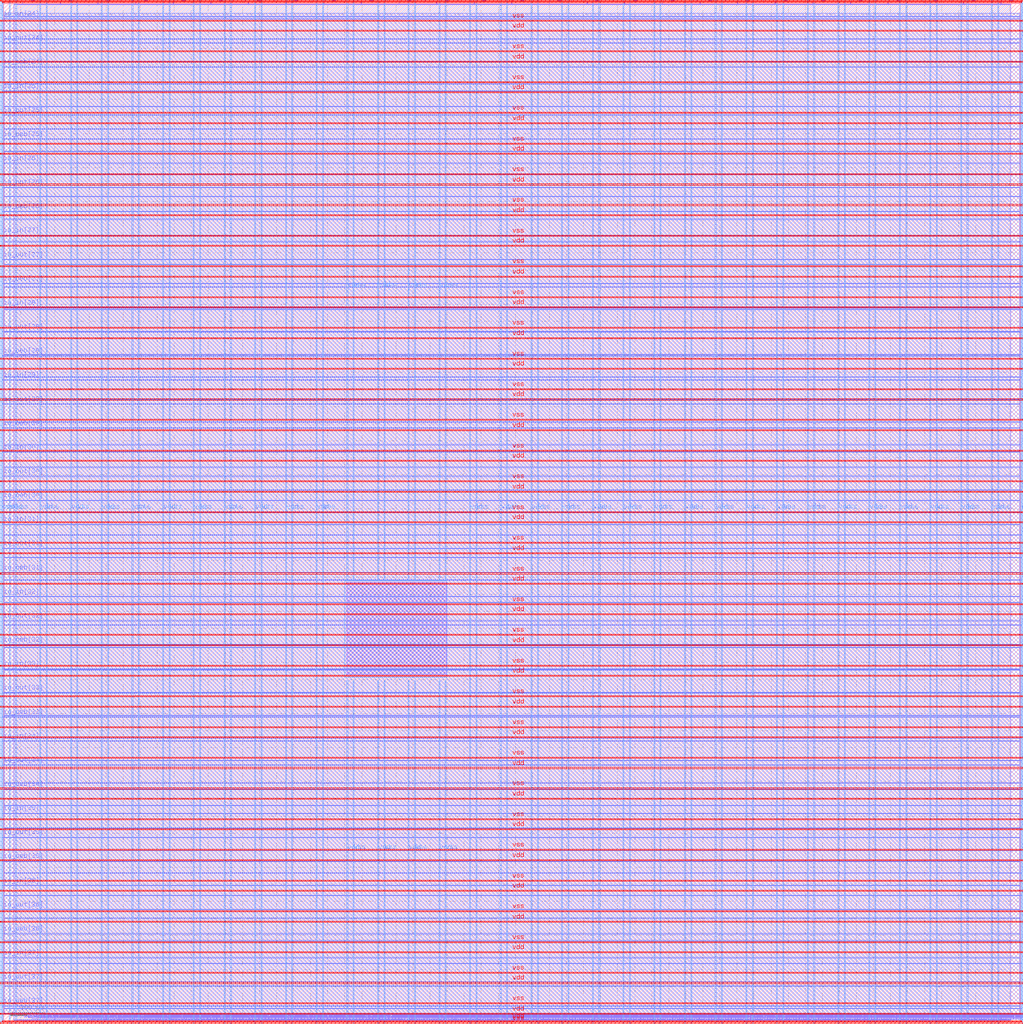
<source format=lef>
VERSION 5.7 ;
  NOWIREEXTENSIONATPIN ON ;
  DIVIDERCHAR "/" ;
  BUSBITCHARS "[]" ;
MACRO user_project_wrapper
  CLASS BLOCK ;
  FOREIGN user_project_wrapper ;
  ORIGIN 0.000 0.000 ;
  SIZE 2980.200 BY 2980.200 ;
  PIN io_in[0]
    DIRECTION INPUT ;
    USE SIGNAL ;
    PORT
      LAYER Metal3 ;
        RECT 2977.800 35.560 2985.000 36.680 ;
    END
  END io_in[0]
  PIN io_in[10]
    DIRECTION INPUT ;
    USE SIGNAL ;
    PORT
      LAYER Metal3 ;
        RECT 2977.800 2017.960 2985.000 2019.080 ;
    END
  END io_in[10]
  PIN io_in[11]
    DIRECTION INPUT ;
    USE SIGNAL ;
    PORT
      LAYER Metal3 ;
        RECT 2977.800 2216.200 2985.000 2217.320 ;
    END
  END io_in[11]
  PIN io_in[12]
    DIRECTION INPUT ;
    USE SIGNAL ;
    PORT
      LAYER Metal3 ;
        RECT 2977.800 2414.440 2985.000 2415.560 ;
    END
  END io_in[12]
  PIN io_in[13]
    DIRECTION INPUT ;
    USE SIGNAL ;
    PORT
      LAYER Metal3 ;
        RECT 2977.800 2612.680 2985.000 2613.800 ;
    END
  END io_in[13]
  PIN io_in[14]
    DIRECTION INPUT ;
    USE SIGNAL ;
    PORT
      LAYER Metal3 ;
        RECT 2977.800 2810.920 2985.000 2812.040 ;
    END
  END io_in[14]
  PIN io_in[15]
    DIRECTION INPUT ;
    USE SIGNAL ;
    PORT
      LAYER Metal2 ;
        RECT 2923.480 2977.800 2924.600 2985.000 ;
    END
  END io_in[15]
  PIN io_in[16]
    DIRECTION INPUT ;
    USE SIGNAL ;
    PORT
      LAYER Metal2 ;
        RECT 2592.520 2977.800 2593.640 2985.000 ;
    END
  END io_in[16]
  PIN io_in[17]
    DIRECTION INPUT ;
    USE SIGNAL ;
    PORT
      LAYER Metal2 ;
        RECT 2261.560 2977.800 2262.680 2985.000 ;
    END
  END io_in[17]
  PIN io_in[18]
    DIRECTION INPUT ;
    USE SIGNAL ;
    PORT
      LAYER Metal2 ;
        RECT 1930.600 2977.800 1931.720 2985.000 ;
    END
  END io_in[18]
  PIN io_in[19]
    DIRECTION INPUT ;
    USE SIGNAL ;
    PORT
      LAYER Metal2 ;
        RECT 1599.640 2977.800 1600.760 2985.000 ;
    END
  END io_in[19]
  PIN io_in[1]
    DIRECTION INPUT ;
    USE SIGNAL ;
    PORT
      LAYER Metal3 ;
        RECT 2977.800 233.800 2985.000 234.920 ;
    END
  END io_in[1]
  PIN io_in[20]
    DIRECTION INPUT ;
    USE SIGNAL ;
    PORT
      LAYER Metal2 ;
        RECT 1268.680 2977.800 1269.800 2985.000 ;
    END
  END io_in[20]
  PIN io_in[21]
    DIRECTION INPUT ;
    USE SIGNAL ;
    PORT
      LAYER Metal2 ;
        RECT 937.720 2977.800 938.840 2985.000 ;
    END
  END io_in[21]
  PIN io_in[22]
    DIRECTION INPUT ;
    USE SIGNAL ;
    PORT
      LAYER Metal2 ;
        RECT 606.760 2977.800 607.880 2985.000 ;
    END
  END io_in[22]
  PIN io_in[23]
    DIRECTION INPUT ;
    USE SIGNAL ;
    PORT
      LAYER Metal2 ;
        RECT 275.800 2977.800 276.920 2985.000 ;
    END
  END io_in[23]
  PIN io_in[24]
    DIRECTION INPUT ;
    USE SIGNAL ;
    PORT
      LAYER Metal3 ;
        RECT -4.800 2935.800 2.400 2936.920 ;
    END
  END io_in[24]
  PIN io_in[25]
    DIRECTION INPUT ;
    USE SIGNAL ;
    PORT
      LAYER Metal3 ;
        RECT -4.800 2724.120 2.400 2725.240 ;
    END
  END io_in[25]
  PIN io_in[26]
    DIRECTION INPUT ;
    USE SIGNAL ;
    PORT
      LAYER Metal3 ;
        RECT -4.800 2512.440 2.400 2513.560 ;
    END
  END io_in[26]
  PIN io_in[27]
    DIRECTION INPUT ;
    USE SIGNAL ;
    PORT
      LAYER Metal3 ;
        RECT -4.800 2300.760 2.400 2301.880 ;
    END
  END io_in[27]
  PIN io_in[28]
    DIRECTION INPUT ;
    USE SIGNAL ;
    PORT
      LAYER Metal3 ;
        RECT -4.800 2089.080 2.400 2090.200 ;
    END
  END io_in[28]
  PIN io_in[29]
    DIRECTION INPUT ;
    USE SIGNAL ;
    PORT
      LAYER Metal3 ;
        RECT -4.800 1877.400 2.400 1878.520 ;
    END
  END io_in[29]
  PIN io_in[2]
    DIRECTION INPUT ;
    USE SIGNAL ;
    PORT
      LAYER Metal3 ;
        RECT 2977.800 432.040 2985.000 433.160 ;
    END
  END io_in[2]
  PIN io_in[30]
    DIRECTION INPUT ;
    USE SIGNAL ;
    PORT
      LAYER Metal3 ;
        RECT -4.800 1665.720 2.400 1666.840 ;
    END
  END io_in[30]
  PIN io_in[31]
    DIRECTION INPUT ;
    USE SIGNAL ;
    PORT
      LAYER Metal3 ;
        RECT -4.800 1454.040 2.400 1455.160 ;
    END
  END io_in[31]
  PIN io_in[32]
    DIRECTION INPUT ;
    USE SIGNAL ;
    PORT
      LAYER Metal3 ;
        RECT -4.800 1242.360 2.400 1243.480 ;
    END
  END io_in[32]
  PIN io_in[33]
    DIRECTION INPUT ;
    USE SIGNAL ;
    PORT
      LAYER Metal3 ;
        RECT -4.800 1030.680 2.400 1031.800 ;
    END
  END io_in[33]
  PIN io_in[34]
    DIRECTION INPUT ;
    USE SIGNAL ;
    PORT
      LAYER Metal3 ;
        RECT -4.800 819.000 2.400 820.120 ;
    END
  END io_in[34]
  PIN io_in[35]
    DIRECTION INPUT ;
    USE SIGNAL ;
    PORT
      LAYER Metal3 ;
        RECT -4.800 607.320 2.400 608.440 ;
    END
  END io_in[35]
  PIN io_in[36]
    DIRECTION INPUT ;
    USE SIGNAL ;
    PORT
      LAYER Metal3 ;
        RECT -4.800 395.640 2.400 396.760 ;
    END
  END io_in[36]
  PIN io_in[37]
    DIRECTION INPUT ;
    USE SIGNAL ;
    PORT
      LAYER Metal3 ;
        RECT -4.800 183.960 2.400 185.080 ;
    END
  END io_in[37]
  PIN io_in[3]
    DIRECTION INPUT ;
    USE SIGNAL ;
    PORT
      LAYER Metal3 ;
        RECT 2977.800 630.280 2985.000 631.400 ;
    END
  END io_in[3]
  PIN io_in[4]
    DIRECTION INPUT ;
    USE SIGNAL ;
    PORT
      LAYER Metal3 ;
        RECT 2977.800 828.520 2985.000 829.640 ;
    END
  END io_in[4]
  PIN io_in[5]
    DIRECTION INPUT ;
    USE SIGNAL ;
    PORT
      LAYER Metal3 ;
        RECT 2977.800 1026.760 2985.000 1027.880 ;
    END
  END io_in[5]
  PIN io_in[6]
    DIRECTION INPUT ;
    USE SIGNAL ;
    PORT
      LAYER Metal3 ;
        RECT 2977.800 1225.000 2985.000 1226.120 ;
    END
  END io_in[6]
  PIN io_in[7]
    DIRECTION INPUT ;
    USE SIGNAL ;
    PORT
      LAYER Metal3 ;
        RECT 2977.800 1423.240 2985.000 1424.360 ;
    END
  END io_in[7]
  PIN io_in[8]
    DIRECTION INPUT ;
    USE SIGNAL ;
    PORT
      LAYER Metal3 ;
        RECT 2977.800 1621.480 2985.000 1622.600 ;
    END
  END io_in[8]
  PIN io_in[9]
    DIRECTION INPUT ;
    USE SIGNAL ;
    PORT
      LAYER Metal3 ;
        RECT 2977.800 1819.720 2985.000 1820.840 ;
    END
  END io_in[9]
  PIN io_oeb[0]
    DIRECTION OUTPUT TRISTATE ;
    USE SIGNAL ;
    PORT
      LAYER Metal3 ;
        RECT 2977.800 167.720 2985.000 168.840 ;
    END
  END io_oeb[0]
  PIN io_oeb[10]
    DIRECTION OUTPUT TRISTATE ;
    USE SIGNAL ;
    PORT
      LAYER Metal3 ;
        RECT 2977.800 2150.120 2985.000 2151.240 ;
    END
  END io_oeb[10]
  PIN io_oeb[11]
    DIRECTION OUTPUT TRISTATE ;
    USE SIGNAL ;
    PORT
      LAYER Metal3 ;
        RECT 2977.800 2348.360 2985.000 2349.480 ;
    END
  END io_oeb[11]
  PIN io_oeb[12]
    DIRECTION OUTPUT TRISTATE ;
    USE SIGNAL ;
    PORT
      LAYER Metal3 ;
        RECT 2977.800 2546.600 2985.000 2547.720 ;
    END
  END io_oeb[12]
  PIN io_oeb[13]
    DIRECTION OUTPUT TRISTATE ;
    USE SIGNAL ;
    PORT
      LAYER Metal3 ;
        RECT 2977.800 2744.840 2985.000 2745.960 ;
    END
  END io_oeb[13]
  PIN io_oeb[14]
    DIRECTION OUTPUT TRISTATE ;
    USE SIGNAL ;
    PORT
      LAYER Metal3 ;
        RECT 2977.800 2943.080 2985.000 2944.200 ;
    END
  END io_oeb[14]
  PIN io_oeb[15]
    DIRECTION OUTPUT TRISTATE ;
    USE SIGNAL ;
    PORT
      LAYER Metal2 ;
        RECT 2702.840 2977.800 2703.960 2985.000 ;
    END
  END io_oeb[15]
  PIN io_oeb[16]
    DIRECTION OUTPUT TRISTATE ;
    USE SIGNAL ;
    PORT
      LAYER Metal2 ;
        RECT 2371.880 2977.800 2373.000 2985.000 ;
    END
  END io_oeb[16]
  PIN io_oeb[17]
    DIRECTION OUTPUT TRISTATE ;
    USE SIGNAL ;
    PORT
      LAYER Metal2 ;
        RECT 2040.920 2977.800 2042.040 2985.000 ;
    END
  END io_oeb[17]
  PIN io_oeb[18]
    DIRECTION OUTPUT TRISTATE ;
    USE SIGNAL ;
    PORT
      LAYER Metal2 ;
        RECT 1709.960 2977.800 1711.080 2985.000 ;
    END
  END io_oeb[18]
  PIN io_oeb[19]
    DIRECTION OUTPUT TRISTATE ;
    USE SIGNAL ;
    PORT
      LAYER Metal2 ;
        RECT 1379.000 2977.800 1380.120 2985.000 ;
    END
  END io_oeb[19]
  PIN io_oeb[1]
    DIRECTION OUTPUT TRISTATE ;
    USE SIGNAL ;
    PORT
      LAYER Metal3 ;
        RECT 2977.800 365.960 2985.000 367.080 ;
    END
  END io_oeb[1]
  PIN io_oeb[20]
    DIRECTION OUTPUT TRISTATE ;
    USE SIGNAL ;
    PORT
      LAYER Metal2 ;
        RECT 1048.040 2977.800 1049.160 2985.000 ;
    END
  END io_oeb[20]
  PIN io_oeb[21]
    DIRECTION OUTPUT TRISTATE ;
    USE SIGNAL ;
    PORT
      LAYER Metal2 ;
        RECT 717.080 2977.800 718.200 2985.000 ;
    END
  END io_oeb[21]
  PIN io_oeb[22]
    DIRECTION OUTPUT TRISTATE ;
    USE SIGNAL ;
    PORT
      LAYER Metal2 ;
        RECT 386.120 2977.800 387.240 2985.000 ;
    END
  END io_oeb[22]
  PIN io_oeb[23]
    DIRECTION OUTPUT TRISTATE ;
    USE SIGNAL ;
    PORT
      LAYER Metal2 ;
        RECT 55.160 2977.800 56.280 2985.000 ;
    END
  END io_oeb[23]
  PIN io_oeb[24]
    DIRECTION OUTPUT TRISTATE ;
    USE SIGNAL ;
    PORT
      LAYER Metal3 ;
        RECT -4.800 2794.680 2.400 2795.800 ;
    END
  END io_oeb[24]
  PIN io_oeb[25]
    DIRECTION OUTPUT TRISTATE ;
    USE SIGNAL ;
    PORT
      LAYER Metal3 ;
        RECT -4.800 2583.000 2.400 2584.120 ;
    END
  END io_oeb[25]
  PIN io_oeb[26]
    DIRECTION OUTPUT TRISTATE ;
    USE SIGNAL ;
    PORT
      LAYER Metal3 ;
        RECT -4.800 2371.320 2.400 2372.440 ;
    END
  END io_oeb[26]
  PIN io_oeb[27]
    DIRECTION OUTPUT TRISTATE ;
    USE SIGNAL ;
    PORT
      LAYER Metal3 ;
        RECT -4.800 2159.640 2.400 2160.760 ;
    END
  END io_oeb[27]
  PIN io_oeb[28]
    DIRECTION OUTPUT TRISTATE ;
    USE SIGNAL ;
    PORT
      LAYER Metal3 ;
        RECT -4.800 1947.960 2.400 1949.080 ;
    END
  END io_oeb[28]
  PIN io_oeb[29]
    DIRECTION OUTPUT TRISTATE ;
    USE SIGNAL ;
    PORT
      LAYER Metal3 ;
        RECT -4.800 1736.280 2.400 1737.400 ;
    END
  END io_oeb[29]
  PIN io_oeb[2]
    DIRECTION OUTPUT TRISTATE ;
    USE SIGNAL ;
    PORT
      LAYER Metal3 ;
        RECT 2977.800 564.200 2985.000 565.320 ;
    END
  END io_oeb[2]
  PIN io_oeb[30]
    DIRECTION OUTPUT TRISTATE ;
    USE SIGNAL ;
    PORT
      LAYER Metal3 ;
        RECT -4.800 1524.600 2.400 1525.720 ;
    END
  END io_oeb[30]
  PIN io_oeb[31]
    DIRECTION OUTPUT TRISTATE ;
    USE SIGNAL ;
    PORT
      LAYER Metal3 ;
        RECT -4.800 1312.920 2.400 1314.040 ;
    END
  END io_oeb[31]
  PIN io_oeb[32]
    DIRECTION OUTPUT TRISTATE ;
    USE SIGNAL ;
    PORT
      LAYER Metal3 ;
        RECT -4.800 1101.240 2.400 1102.360 ;
    END
  END io_oeb[32]
  PIN io_oeb[33]
    DIRECTION OUTPUT TRISTATE ;
    USE SIGNAL ;
    PORT
      LAYER Metal3 ;
        RECT -4.800 889.560 2.400 890.680 ;
    END
  END io_oeb[33]
  PIN io_oeb[34]
    DIRECTION OUTPUT TRISTATE ;
    USE SIGNAL ;
    PORT
      LAYER Metal3 ;
        RECT -4.800 677.880 2.400 679.000 ;
    END
  END io_oeb[34]
  PIN io_oeb[35]
    DIRECTION OUTPUT TRISTATE ;
    USE SIGNAL ;
    PORT
      LAYER Metal3 ;
        RECT -4.800 466.200 2.400 467.320 ;
    END
  END io_oeb[35]
  PIN io_oeb[36]
    DIRECTION OUTPUT TRISTATE ;
    USE SIGNAL ;
    PORT
      LAYER Metal3 ;
        RECT -4.800 254.520 2.400 255.640 ;
    END
  END io_oeb[36]
  PIN io_oeb[37]
    DIRECTION OUTPUT TRISTATE ;
    USE SIGNAL ;
    PORT
      LAYER Metal3 ;
        RECT -4.800 42.840 2.400 43.960 ;
    END
  END io_oeb[37]
  PIN io_oeb[3]
    DIRECTION OUTPUT TRISTATE ;
    USE SIGNAL ;
    PORT
      LAYER Metal3 ;
        RECT 2977.800 762.440 2985.000 763.560 ;
    END
  END io_oeb[3]
  PIN io_oeb[4]
    DIRECTION OUTPUT TRISTATE ;
    USE SIGNAL ;
    PORT
      LAYER Metal3 ;
        RECT 2977.800 960.680 2985.000 961.800 ;
    END
  END io_oeb[4]
  PIN io_oeb[5]
    DIRECTION OUTPUT TRISTATE ;
    USE SIGNAL ;
    PORT
      LAYER Metal3 ;
        RECT 2977.800 1158.920 2985.000 1160.040 ;
    END
  END io_oeb[5]
  PIN io_oeb[6]
    DIRECTION OUTPUT TRISTATE ;
    USE SIGNAL ;
    PORT
      LAYER Metal3 ;
        RECT 2977.800 1357.160 2985.000 1358.280 ;
    END
  END io_oeb[6]
  PIN io_oeb[7]
    DIRECTION OUTPUT TRISTATE ;
    USE SIGNAL ;
    PORT
      LAYER Metal3 ;
        RECT 2977.800 1555.400 2985.000 1556.520 ;
    END
  END io_oeb[7]
  PIN io_oeb[8]
    DIRECTION OUTPUT TRISTATE ;
    USE SIGNAL ;
    PORT
      LAYER Metal3 ;
        RECT 2977.800 1753.640 2985.000 1754.760 ;
    END
  END io_oeb[8]
  PIN io_oeb[9]
    DIRECTION OUTPUT TRISTATE ;
    USE SIGNAL ;
    PORT
      LAYER Metal3 ;
        RECT 2977.800 1951.880 2985.000 1953.000 ;
    END
  END io_oeb[9]
  PIN io_out[0]
    DIRECTION OUTPUT TRISTATE ;
    USE SIGNAL ;
    PORT
      LAYER Metal3 ;
        RECT 2977.800 101.640 2985.000 102.760 ;
    END
  END io_out[0]
  PIN io_out[10]
    DIRECTION OUTPUT TRISTATE ;
    USE SIGNAL ;
    PORT
      LAYER Metal3 ;
        RECT 2977.800 2084.040 2985.000 2085.160 ;
    END
  END io_out[10]
  PIN io_out[11]
    DIRECTION OUTPUT TRISTATE ;
    USE SIGNAL ;
    PORT
      LAYER Metal3 ;
        RECT 2977.800 2282.280 2985.000 2283.400 ;
    END
  END io_out[11]
  PIN io_out[12]
    DIRECTION OUTPUT TRISTATE ;
    USE SIGNAL ;
    PORT
      LAYER Metal3 ;
        RECT 2977.800 2480.520 2985.000 2481.640 ;
    END
  END io_out[12]
  PIN io_out[13]
    DIRECTION OUTPUT TRISTATE ;
    USE SIGNAL ;
    PORT
      LAYER Metal3 ;
        RECT 2977.800 2678.760 2985.000 2679.880 ;
    END
  END io_out[13]
  PIN io_out[14]
    DIRECTION OUTPUT TRISTATE ;
    USE SIGNAL ;
    PORT
      LAYER Metal3 ;
        RECT 2977.800 2877.000 2985.000 2878.120 ;
    END
  END io_out[14]
  PIN io_out[15]
    DIRECTION OUTPUT TRISTATE ;
    USE SIGNAL ;
    PORT
      LAYER Metal2 ;
        RECT 2813.160 2977.800 2814.280 2985.000 ;
    END
  END io_out[15]
  PIN io_out[16]
    DIRECTION OUTPUT TRISTATE ;
    USE SIGNAL ;
    PORT
      LAYER Metal2 ;
        RECT 2482.200 2977.800 2483.320 2985.000 ;
    END
  END io_out[16]
  PIN io_out[17]
    DIRECTION OUTPUT TRISTATE ;
    USE SIGNAL ;
    PORT
      LAYER Metal2 ;
        RECT 2151.240 2977.800 2152.360 2985.000 ;
    END
  END io_out[17]
  PIN io_out[18]
    DIRECTION OUTPUT TRISTATE ;
    USE SIGNAL ;
    PORT
      LAYER Metal2 ;
        RECT 1820.280 2977.800 1821.400 2985.000 ;
    END
  END io_out[18]
  PIN io_out[19]
    DIRECTION OUTPUT TRISTATE ;
    USE SIGNAL ;
    PORT
      LAYER Metal2 ;
        RECT 1489.320 2977.800 1490.440 2985.000 ;
    END
  END io_out[19]
  PIN io_out[1]
    DIRECTION OUTPUT TRISTATE ;
    USE SIGNAL ;
    PORT
      LAYER Metal3 ;
        RECT 2977.800 299.880 2985.000 301.000 ;
    END
  END io_out[1]
  PIN io_out[20]
    DIRECTION OUTPUT TRISTATE ;
    USE SIGNAL ;
    PORT
      LAYER Metal2 ;
        RECT 1158.360 2977.800 1159.480 2985.000 ;
    END
  END io_out[20]
  PIN io_out[21]
    DIRECTION OUTPUT TRISTATE ;
    USE SIGNAL ;
    PORT
      LAYER Metal2 ;
        RECT 827.400 2977.800 828.520 2985.000 ;
    END
  END io_out[21]
  PIN io_out[22]
    DIRECTION OUTPUT TRISTATE ;
    USE SIGNAL ;
    PORT
      LAYER Metal2 ;
        RECT 496.440 2977.800 497.560 2985.000 ;
    END
  END io_out[22]
  PIN io_out[23]
    DIRECTION OUTPUT TRISTATE ;
    USE SIGNAL ;
    PORT
      LAYER Metal2 ;
        RECT 165.480 2977.800 166.600 2985.000 ;
    END
  END io_out[23]
  PIN io_out[24]
    DIRECTION OUTPUT TRISTATE ;
    USE SIGNAL ;
    PORT
      LAYER Metal3 ;
        RECT -4.800 2865.240 2.400 2866.360 ;
    END
  END io_out[24]
  PIN io_out[25]
    DIRECTION OUTPUT TRISTATE ;
    USE SIGNAL ;
    PORT
      LAYER Metal3 ;
        RECT -4.800 2653.560 2.400 2654.680 ;
    END
  END io_out[25]
  PIN io_out[26]
    DIRECTION OUTPUT TRISTATE ;
    USE SIGNAL ;
    PORT
      LAYER Metal3 ;
        RECT -4.800 2441.880 2.400 2443.000 ;
    END
  END io_out[26]
  PIN io_out[27]
    DIRECTION OUTPUT TRISTATE ;
    USE SIGNAL ;
    PORT
      LAYER Metal3 ;
        RECT -4.800 2230.200 2.400 2231.320 ;
    END
  END io_out[27]
  PIN io_out[28]
    DIRECTION OUTPUT TRISTATE ;
    USE SIGNAL ;
    PORT
      LAYER Metal3 ;
        RECT -4.800 2018.520 2.400 2019.640 ;
    END
  END io_out[28]
  PIN io_out[29]
    DIRECTION OUTPUT TRISTATE ;
    USE SIGNAL ;
    PORT
      LAYER Metal3 ;
        RECT -4.800 1806.840 2.400 1807.960 ;
    END
  END io_out[29]
  PIN io_out[2]
    DIRECTION OUTPUT TRISTATE ;
    USE SIGNAL ;
    PORT
      LAYER Metal3 ;
        RECT 2977.800 498.120 2985.000 499.240 ;
    END
  END io_out[2]
  PIN io_out[30]
    DIRECTION OUTPUT TRISTATE ;
    USE SIGNAL ;
    PORT
      LAYER Metal3 ;
        RECT -4.800 1595.160 2.400 1596.280 ;
    END
  END io_out[30]
  PIN io_out[31]
    DIRECTION OUTPUT TRISTATE ;
    USE SIGNAL ;
    PORT
      LAYER Metal3 ;
        RECT -4.800 1383.480 2.400 1384.600 ;
    END
  END io_out[31]
  PIN io_out[32]
    DIRECTION OUTPUT TRISTATE ;
    USE SIGNAL ;
    PORT
      LAYER Metal3 ;
        RECT -4.800 1171.800 2.400 1172.920 ;
    END
  END io_out[32]
  PIN io_out[33]
    DIRECTION OUTPUT TRISTATE ;
    USE SIGNAL ;
    PORT
      LAYER Metal3 ;
        RECT -4.800 960.120 2.400 961.240 ;
    END
  END io_out[33]
  PIN io_out[34]
    DIRECTION OUTPUT TRISTATE ;
    USE SIGNAL ;
    PORT
      LAYER Metal3 ;
        RECT -4.800 748.440 2.400 749.560 ;
    END
  END io_out[34]
  PIN io_out[35]
    DIRECTION OUTPUT TRISTATE ;
    USE SIGNAL ;
    PORT
      LAYER Metal3 ;
        RECT -4.800 536.760 2.400 537.880 ;
    END
  END io_out[35]
  PIN io_out[36]
    DIRECTION OUTPUT TRISTATE ;
    USE SIGNAL ;
    PORT
      LAYER Metal3 ;
        RECT -4.800 325.080 2.400 326.200 ;
    END
  END io_out[36]
  PIN io_out[37]
    DIRECTION OUTPUT TRISTATE ;
    USE SIGNAL ;
    PORT
      LAYER Metal3 ;
        RECT -4.800 113.400 2.400 114.520 ;
    END
  END io_out[37]
  PIN io_out[3]
    DIRECTION OUTPUT TRISTATE ;
    USE SIGNAL ;
    PORT
      LAYER Metal3 ;
        RECT 2977.800 696.360 2985.000 697.480 ;
    END
  END io_out[3]
  PIN io_out[4]
    DIRECTION OUTPUT TRISTATE ;
    USE SIGNAL ;
    PORT
      LAYER Metal3 ;
        RECT 2977.800 894.600 2985.000 895.720 ;
    END
  END io_out[4]
  PIN io_out[5]
    DIRECTION OUTPUT TRISTATE ;
    USE SIGNAL ;
    PORT
      LAYER Metal3 ;
        RECT 2977.800 1092.840 2985.000 1093.960 ;
    END
  END io_out[5]
  PIN io_out[6]
    DIRECTION OUTPUT TRISTATE ;
    USE SIGNAL ;
    PORT
      LAYER Metal3 ;
        RECT 2977.800 1291.080 2985.000 1292.200 ;
    END
  END io_out[6]
  PIN io_out[7]
    DIRECTION OUTPUT TRISTATE ;
    USE SIGNAL ;
    PORT
      LAYER Metal3 ;
        RECT 2977.800 1489.320 2985.000 1490.440 ;
    END
  END io_out[7]
  PIN io_out[8]
    DIRECTION OUTPUT TRISTATE ;
    USE SIGNAL ;
    PORT
      LAYER Metal3 ;
        RECT 2977.800 1687.560 2985.000 1688.680 ;
    END
  END io_out[8]
  PIN io_out[9]
    DIRECTION OUTPUT TRISTATE ;
    USE SIGNAL ;
    PORT
      LAYER Metal3 ;
        RECT 2977.800 1885.800 2985.000 1886.920 ;
    END
  END io_out[9]
  PIN la_data_in[0]
    DIRECTION INPUT ;
    USE SIGNAL ;
    PORT
      LAYER Metal2 ;
        RECT 1065.960 -4.800 1067.080 2.400 ;
    END
  END la_data_in[0]
  PIN la_data_in[10]
    DIRECTION INPUT ;
    USE SIGNAL ;
    PORT
      LAYER Metal2 ;
        RECT 1351.560 -4.800 1352.680 2.400 ;
    END
  END la_data_in[10]
  PIN la_data_in[11]
    DIRECTION INPUT ;
    USE SIGNAL ;
    PORT
      LAYER Metal2 ;
        RECT 1380.120 -4.800 1381.240 2.400 ;
    END
  END la_data_in[11]
  PIN la_data_in[12]
    DIRECTION INPUT ;
    USE SIGNAL ;
    PORT
      LAYER Metal2 ;
        RECT 1408.680 -4.800 1409.800 2.400 ;
    END
  END la_data_in[12]
  PIN la_data_in[13]
    DIRECTION INPUT ;
    USE SIGNAL ;
    PORT
      LAYER Metal2 ;
        RECT 1437.240 -4.800 1438.360 2.400 ;
    END
  END la_data_in[13]
  PIN la_data_in[14]
    DIRECTION INPUT ;
    USE SIGNAL ;
    PORT
      LAYER Metal2 ;
        RECT 1465.800 -4.800 1466.920 2.400 ;
    END
  END la_data_in[14]
  PIN la_data_in[15]
    DIRECTION INPUT ;
    USE SIGNAL ;
    PORT
      LAYER Metal2 ;
        RECT 1494.360 -4.800 1495.480 2.400 ;
    END
  END la_data_in[15]
  PIN la_data_in[16]
    DIRECTION INPUT ;
    USE SIGNAL ;
    PORT
      LAYER Metal2 ;
        RECT 1522.920 -4.800 1524.040 2.400 ;
    END
  END la_data_in[16]
  PIN la_data_in[17]
    DIRECTION INPUT ;
    USE SIGNAL ;
    PORT
      LAYER Metal2 ;
        RECT 1551.480 -4.800 1552.600 2.400 ;
    END
  END la_data_in[17]
  PIN la_data_in[18]
    DIRECTION INPUT ;
    USE SIGNAL ;
    PORT
      LAYER Metal2 ;
        RECT 1580.040 -4.800 1581.160 2.400 ;
    END
  END la_data_in[18]
  PIN la_data_in[19]
    DIRECTION INPUT ;
    USE SIGNAL ;
    PORT
      LAYER Metal2 ;
        RECT 1608.600 -4.800 1609.720 2.400 ;
    END
  END la_data_in[19]
  PIN la_data_in[1]
    DIRECTION INPUT ;
    USE SIGNAL ;
    PORT
      LAYER Metal2 ;
        RECT 1094.520 -4.800 1095.640 2.400 ;
    END
  END la_data_in[1]
  PIN la_data_in[20]
    DIRECTION INPUT ;
    USE SIGNAL ;
    PORT
      LAYER Metal2 ;
        RECT 1637.160 -4.800 1638.280 2.400 ;
    END
  END la_data_in[20]
  PIN la_data_in[21]
    DIRECTION INPUT ;
    USE SIGNAL ;
    PORT
      LAYER Metal2 ;
        RECT 1665.720 -4.800 1666.840 2.400 ;
    END
  END la_data_in[21]
  PIN la_data_in[22]
    DIRECTION INPUT ;
    USE SIGNAL ;
    PORT
      LAYER Metal2 ;
        RECT 1694.280 -4.800 1695.400 2.400 ;
    END
  END la_data_in[22]
  PIN la_data_in[23]
    DIRECTION INPUT ;
    USE SIGNAL ;
    PORT
      LAYER Metal2 ;
        RECT 1722.840 -4.800 1723.960 2.400 ;
    END
  END la_data_in[23]
  PIN la_data_in[24]
    DIRECTION INPUT ;
    USE SIGNAL ;
    PORT
      LAYER Metal2 ;
        RECT 1751.400 -4.800 1752.520 2.400 ;
    END
  END la_data_in[24]
  PIN la_data_in[25]
    DIRECTION INPUT ;
    USE SIGNAL ;
    PORT
      LAYER Metal2 ;
        RECT 1779.960 -4.800 1781.080 2.400 ;
    END
  END la_data_in[25]
  PIN la_data_in[26]
    DIRECTION INPUT ;
    USE SIGNAL ;
    PORT
      LAYER Metal2 ;
        RECT 1808.520 -4.800 1809.640 2.400 ;
    END
  END la_data_in[26]
  PIN la_data_in[27]
    DIRECTION INPUT ;
    USE SIGNAL ;
    PORT
      LAYER Metal2 ;
        RECT 1837.080 -4.800 1838.200 2.400 ;
    END
  END la_data_in[27]
  PIN la_data_in[28]
    DIRECTION INPUT ;
    USE SIGNAL ;
    PORT
      LAYER Metal2 ;
        RECT 1865.640 -4.800 1866.760 2.400 ;
    END
  END la_data_in[28]
  PIN la_data_in[29]
    DIRECTION INPUT ;
    USE SIGNAL ;
    PORT
      LAYER Metal2 ;
        RECT 1894.200 -4.800 1895.320 2.400 ;
    END
  END la_data_in[29]
  PIN la_data_in[2]
    DIRECTION INPUT ;
    USE SIGNAL ;
    PORT
      LAYER Metal2 ;
        RECT 1123.080 -4.800 1124.200 2.400 ;
    END
  END la_data_in[2]
  PIN la_data_in[30]
    DIRECTION INPUT ;
    USE SIGNAL ;
    PORT
      LAYER Metal2 ;
        RECT 1922.760 -4.800 1923.880 2.400 ;
    END
  END la_data_in[30]
  PIN la_data_in[31]
    DIRECTION INPUT ;
    USE SIGNAL ;
    PORT
      LAYER Metal2 ;
        RECT 1951.320 -4.800 1952.440 2.400 ;
    END
  END la_data_in[31]
  PIN la_data_in[32]
    DIRECTION INPUT ;
    USE SIGNAL ;
    PORT
      LAYER Metal2 ;
        RECT 1979.880 -4.800 1981.000 2.400 ;
    END
  END la_data_in[32]
  PIN la_data_in[33]
    DIRECTION INPUT ;
    USE SIGNAL ;
    PORT
      LAYER Metal2 ;
        RECT 2008.440 -4.800 2009.560 2.400 ;
    END
  END la_data_in[33]
  PIN la_data_in[34]
    DIRECTION INPUT ;
    USE SIGNAL ;
    PORT
      LAYER Metal2 ;
        RECT 2037.000 -4.800 2038.120 2.400 ;
    END
  END la_data_in[34]
  PIN la_data_in[35]
    DIRECTION INPUT ;
    USE SIGNAL ;
    PORT
      LAYER Metal2 ;
        RECT 2065.560 -4.800 2066.680 2.400 ;
    END
  END la_data_in[35]
  PIN la_data_in[36]
    DIRECTION INPUT ;
    USE SIGNAL ;
    PORT
      LAYER Metal2 ;
        RECT 2094.120 -4.800 2095.240 2.400 ;
    END
  END la_data_in[36]
  PIN la_data_in[37]
    DIRECTION INPUT ;
    USE SIGNAL ;
    PORT
      LAYER Metal2 ;
        RECT 2122.680 -4.800 2123.800 2.400 ;
    END
  END la_data_in[37]
  PIN la_data_in[38]
    DIRECTION INPUT ;
    USE SIGNAL ;
    PORT
      LAYER Metal2 ;
        RECT 2151.240 -4.800 2152.360 2.400 ;
    END
  END la_data_in[38]
  PIN la_data_in[39]
    DIRECTION INPUT ;
    USE SIGNAL ;
    PORT
      LAYER Metal2 ;
        RECT 2179.800 -4.800 2180.920 2.400 ;
    END
  END la_data_in[39]
  PIN la_data_in[3]
    DIRECTION INPUT ;
    USE SIGNAL ;
    PORT
      LAYER Metal2 ;
        RECT 1151.640 -4.800 1152.760 2.400 ;
    END
  END la_data_in[3]
  PIN la_data_in[40]
    DIRECTION INPUT ;
    USE SIGNAL ;
    PORT
      LAYER Metal2 ;
        RECT 2208.360 -4.800 2209.480 2.400 ;
    END
  END la_data_in[40]
  PIN la_data_in[41]
    DIRECTION INPUT ;
    USE SIGNAL ;
    PORT
      LAYER Metal2 ;
        RECT 2236.920 -4.800 2238.040 2.400 ;
    END
  END la_data_in[41]
  PIN la_data_in[42]
    DIRECTION INPUT ;
    USE SIGNAL ;
    PORT
      LAYER Metal2 ;
        RECT 2265.480 -4.800 2266.600 2.400 ;
    END
  END la_data_in[42]
  PIN la_data_in[43]
    DIRECTION INPUT ;
    USE SIGNAL ;
    PORT
      LAYER Metal2 ;
        RECT 2294.040 -4.800 2295.160 2.400 ;
    END
  END la_data_in[43]
  PIN la_data_in[44]
    DIRECTION INPUT ;
    USE SIGNAL ;
    PORT
      LAYER Metal2 ;
        RECT 2322.600 -4.800 2323.720 2.400 ;
    END
  END la_data_in[44]
  PIN la_data_in[45]
    DIRECTION INPUT ;
    USE SIGNAL ;
    PORT
      LAYER Metal2 ;
        RECT 2351.160 -4.800 2352.280 2.400 ;
    END
  END la_data_in[45]
  PIN la_data_in[46]
    DIRECTION INPUT ;
    USE SIGNAL ;
    PORT
      LAYER Metal2 ;
        RECT 2379.720 -4.800 2380.840 2.400 ;
    END
  END la_data_in[46]
  PIN la_data_in[47]
    DIRECTION INPUT ;
    USE SIGNAL ;
    PORT
      LAYER Metal2 ;
        RECT 2408.280 -4.800 2409.400 2.400 ;
    END
  END la_data_in[47]
  PIN la_data_in[48]
    DIRECTION INPUT ;
    USE SIGNAL ;
    PORT
      LAYER Metal2 ;
        RECT 2436.840 -4.800 2437.960 2.400 ;
    END
  END la_data_in[48]
  PIN la_data_in[49]
    DIRECTION INPUT ;
    USE SIGNAL ;
    PORT
      LAYER Metal2 ;
        RECT 2465.400 -4.800 2466.520 2.400 ;
    END
  END la_data_in[49]
  PIN la_data_in[4]
    DIRECTION INPUT ;
    USE SIGNAL ;
    PORT
      LAYER Metal2 ;
        RECT 1180.200 -4.800 1181.320 2.400 ;
    END
  END la_data_in[4]
  PIN la_data_in[50]
    DIRECTION INPUT ;
    USE SIGNAL ;
    PORT
      LAYER Metal2 ;
        RECT 2493.960 -4.800 2495.080 2.400 ;
    END
  END la_data_in[50]
  PIN la_data_in[51]
    DIRECTION INPUT ;
    USE SIGNAL ;
    PORT
      LAYER Metal2 ;
        RECT 2522.520 -4.800 2523.640 2.400 ;
    END
  END la_data_in[51]
  PIN la_data_in[52]
    DIRECTION INPUT ;
    USE SIGNAL ;
    PORT
      LAYER Metal2 ;
        RECT 2551.080 -4.800 2552.200 2.400 ;
    END
  END la_data_in[52]
  PIN la_data_in[53]
    DIRECTION INPUT ;
    USE SIGNAL ;
    PORT
      LAYER Metal2 ;
        RECT 2579.640 -4.800 2580.760 2.400 ;
    END
  END la_data_in[53]
  PIN la_data_in[54]
    DIRECTION INPUT ;
    USE SIGNAL ;
    PORT
      LAYER Metal2 ;
        RECT 2608.200 -4.800 2609.320 2.400 ;
    END
  END la_data_in[54]
  PIN la_data_in[55]
    DIRECTION INPUT ;
    USE SIGNAL ;
    PORT
      LAYER Metal2 ;
        RECT 2636.760 -4.800 2637.880 2.400 ;
    END
  END la_data_in[55]
  PIN la_data_in[56]
    DIRECTION INPUT ;
    USE SIGNAL ;
    PORT
      LAYER Metal2 ;
        RECT 2665.320 -4.800 2666.440 2.400 ;
    END
  END la_data_in[56]
  PIN la_data_in[57]
    DIRECTION INPUT ;
    USE SIGNAL ;
    PORT
      LAYER Metal2 ;
        RECT 2693.880 -4.800 2695.000 2.400 ;
    END
  END la_data_in[57]
  PIN la_data_in[58]
    DIRECTION INPUT ;
    USE SIGNAL ;
    PORT
      LAYER Metal2 ;
        RECT 2722.440 -4.800 2723.560 2.400 ;
    END
  END la_data_in[58]
  PIN la_data_in[59]
    DIRECTION INPUT ;
    USE SIGNAL ;
    PORT
      LAYER Metal2 ;
        RECT 2751.000 -4.800 2752.120 2.400 ;
    END
  END la_data_in[59]
  PIN la_data_in[5]
    DIRECTION INPUT ;
    USE SIGNAL ;
    PORT
      LAYER Metal2 ;
        RECT 1208.760 -4.800 1209.880 2.400 ;
    END
  END la_data_in[5]
  PIN la_data_in[60]
    DIRECTION INPUT ;
    USE SIGNAL ;
    PORT
      LAYER Metal2 ;
        RECT 2779.560 -4.800 2780.680 2.400 ;
    END
  END la_data_in[60]
  PIN la_data_in[61]
    DIRECTION INPUT ;
    USE SIGNAL ;
    PORT
      LAYER Metal2 ;
        RECT 2808.120 -4.800 2809.240 2.400 ;
    END
  END la_data_in[61]
  PIN la_data_in[62]
    DIRECTION INPUT ;
    USE SIGNAL ;
    PORT
      LAYER Metal2 ;
        RECT 2836.680 -4.800 2837.800 2.400 ;
    END
  END la_data_in[62]
  PIN la_data_in[63]
    DIRECTION INPUT ;
    USE SIGNAL ;
    PORT
      LAYER Metal2 ;
        RECT 2865.240 -4.800 2866.360 2.400 ;
    END
  END la_data_in[63]
  PIN la_data_in[6]
    DIRECTION INPUT ;
    USE SIGNAL ;
    PORT
      LAYER Metal2 ;
        RECT 1237.320 -4.800 1238.440 2.400 ;
    END
  END la_data_in[6]
  PIN la_data_in[7]
    DIRECTION INPUT ;
    USE SIGNAL ;
    PORT
      LAYER Metal2 ;
        RECT 1265.880 -4.800 1267.000 2.400 ;
    END
  END la_data_in[7]
  PIN la_data_in[8]
    DIRECTION INPUT ;
    USE SIGNAL ;
    PORT
      LAYER Metal2 ;
        RECT 1294.440 -4.800 1295.560 2.400 ;
    END
  END la_data_in[8]
  PIN la_data_in[9]
    DIRECTION INPUT ;
    USE SIGNAL ;
    PORT
      LAYER Metal2 ;
        RECT 1323.000 -4.800 1324.120 2.400 ;
    END
  END la_data_in[9]
  PIN la_data_out[0]
    DIRECTION OUTPUT TRISTATE ;
    USE SIGNAL ;
    PORT
      LAYER Metal2 ;
        RECT 1075.480 -4.800 1076.600 2.400 ;
    END
  END la_data_out[0]
  PIN la_data_out[10]
    DIRECTION OUTPUT TRISTATE ;
    USE SIGNAL ;
    PORT
      LAYER Metal2 ;
        RECT 1361.080 -4.800 1362.200 2.400 ;
    END
  END la_data_out[10]
  PIN la_data_out[11]
    DIRECTION OUTPUT TRISTATE ;
    USE SIGNAL ;
    PORT
      LAYER Metal2 ;
        RECT 1389.640 -4.800 1390.760 2.400 ;
    END
  END la_data_out[11]
  PIN la_data_out[12]
    DIRECTION OUTPUT TRISTATE ;
    USE SIGNAL ;
    PORT
      LAYER Metal2 ;
        RECT 1418.200 -4.800 1419.320 2.400 ;
    END
  END la_data_out[12]
  PIN la_data_out[13]
    DIRECTION OUTPUT TRISTATE ;
    USE SIGNAL ;
    PORT
      LAYER Metal2 ;
        RECT 1446.760 -4.800 1447.880 2.400 ;
    END
  END la_data_out[13]
  PIN la_data_out[14]
    DIRECTION OUTPUT TRISTATE ;
    USE SIGNAL ;
    PORT
      LAYER Metal2 ;
        RECT 1475.320 -4.800 1476.440 2.400 ;
    END
  END la_data_out[14]
  PIN la_data_out[15]
    DIRECTION OUTPUT TRISTATE ;
    USE SIGNAL ;
    PORT
      LAYER Metal2 ;
        RECT 1503.880 -4.800 1505.000 2.400 ;
    END
  END la_data_out[15]
  PIN la_data_out[16]
    DIRECTION OUTPUT TRISTATE ;
    USE SIGNAL ;
    PORT
      LAYER Metal2 ;
        RECT 1532.440 -4.800 1533.560 2.400 ;
    END
  END la_data_out[16]
  PIN la_data_out[17]
    DIRECTION OUTPUT TRISTATE ;
    USE SIGNAL ;
    PORT
      LAYER Metal2 ;
        RECT 1561.000 -4.800 1562.120 2.400 ;
    END
  END la_data_out[17]
  PIN la_data_out[18]
    DIRECTION OUTPUT TRISTATE ;
    USE SIGNAL ;
    PORT
      LAYER Metal2 ;
        RECT 1589.560 -4.800 1590.680 2.400 ;
    END
  END la_data_out[18]
  PIN la_data_out[19]
    DIRECTION OUTPUT TRISTATE ;
    USE SIGNAL ;
    PORT
      LAYER Metal2 ;
        RECT 1618.120 -4.800 1619.240 2.400 ;
    END
  END la_data_out[19]
  PIN la_data_out[1]
    DIRECTION OUTPUT TRISTATE ;
    USE SIGNAL ;
    PORT
      LAYER Metal2 ;
        RECT 1104.040 -4.800 1105.160 2.400 ;
    END
  END la_data_out[1]
  PIN la_data_out[20]
    DIRECTION OUTPUT TRISTATE ;
    USE SIGNAL ;
    PORT
      LAYER Metal2 ;
        RECT 1646.680 -4.800 1647.800 2.400 ;
    END
  END la_data_out[20]
  PIN la_data_out[21]
    DIRECTION OUTPUT TRISTATE ;
    USE SIGNAL ;
    PORT
      LAYER Metal2 ;
        RECT 1675.240 -4.800 1676.360 2.400 ;
    END
  END la_data_out[21]
  PIN la_data_out[22]
    DIRECTION OUTPUT TRISTATE ;
    USE SIGNAL ;
    PORT
      LAYER Metal2 ;
        RECT 1703.800 -4.800 1704.920 2.400 ;
    END
  END la_data_out[22]
  PIN la_data_out[23]
    DIRECTION OUTPUT TRISTATE ;
    USE SIGNAL ;
    PORT
      LAYER Metal2 ;
        RECT 1732.360 -4.800 1733.480 2.400 ;
    END
  END la_data_out[23]
  PIN la_data_out[24]
    DIRECTION OUTPUT TRISTATE ;
    USE SIGNAL ;
    PORT
      LAYER Metal2 ;
        RECT 1760.920 -4.800 1762.040 2.400 ;
    END
  END la_data_out[24]
  PIN la_data_out[25]
    DIRECTION OUTPUT TRISTATE ;
    USE SIGNAL ;
    PORT
      LAYER Metal2 ;
        RECT 1789.480 -4.800 1790.600 2.400 ;
    END
  END la_data_out[25]
  PIN la_data_out[26]
    DIRECTION OUTPUT TRISTATE ;
    USE SIGNAL ;
    PORT
      LAYER Metal2 ;
        RECT 1818.040 -4.800 1819.160 2.400 ;
    END
  END la_data_out[26]
  PIN la_data_out[27]
    DIRECTION OUTPUT TRISTATE ;
    USE SIGNAL ;
    PORT
      LAYER Metal2 ;
        RECT 1846.600 -4.800 1847.720 2.400 ;
    END
  END la_data_out[27]
  PIN la_data_out[28]
    DIRECTION OUTPUT TRISTATE ;
    USE SIGNAL ;
    PORT
      LAYER Metal2 ;
        RECT 1875.160 -4.800 1876.280 2.400 ;
    END
  END la_data_out[28]
  PIN la_data_out[29]
    DIRECTION OUTPUT TRISTATE ;
    USE SIGNAL ;
    PORT
      LAYER Metal2 ;
        RECT 1903.720 -4.800 1904.840 2.400 ;
    END
  END la_data_out[29]
  PIN la_data_out[2]
    DIRECTION OUTPUT TRISTATE ;
    USE SIGNAL ;
    PORT
      LAYER Metal2 ;
        RECT 1132.600 -4.800 1133.720 2.400 ;
    END
  END la_data_out[2]
  PIN la_data_out[30]
    DIRECTION OUTPUT TRISTATE ;
    USE SIGNAL ;
    PORT
      LAYER Metal2 ;
        RECT 1932.280 -4.800 1933.400 2.400 ;
    END
  END la_data_out[30]
  PIN la_data_out[31]
    DIRECTION OUTPUT TRISTATE ;
    USE SIGNAL ;
    PORT
      LAYER Metal2 ;
        RECT 1960.840 -4.800 1961.960 2.400 ;
    END
  END la_data_out[31]
  PIN la_data_out[32]
    DIRECTION OUTPUT TRISTATE ;
    USE SIGNAL ;
    PORT
      LAYER Metal2 ;
        RECT 1989.400 -4.800 1990.520 2.400 ;
    END
  END la_data_out[32]
  PIN la_data_out[33]
    DIRECTION OUTPUT TRISTATE ;
    USE SIGNAL ;
    PORT
      LAYER Metal2 ;
        RECT 2017.960 -4.800 2019.080 2.400 ;
    END
  END la_data_out[33]
  PIN la_data_out[34]
    DIRECTION OUTPUT TRISTATE ;
    USE SIGNAL ;
    PORT
      LAYER Metal2 ;
        RECT 2046.520 -4.800 2047.640 2.400 ;
    END
  END la_data_out[34]
  PIN la_data_out[35]
    DIRECTION OUTPUT TRISTATE ;
    USE SIGNAL ;
    PORT
      LAYER Metal2 ;
        RECT 2075.080 -4.800 2076.200 2.400 ;
    END
  END la_data_out[35]
  PIN la_data_out[36]
    DIRECTION OUTPUT TRISTATE ;
    USE SIGNAL ;
    PORT
      LAYER Metal2 ;
        RECT 2103.640 -4.800 2104.760 2.400 ;
    END
  END la_data_out[36]
  PIN la_data_out[37]
    DIRECTION OUTPUT TRISTATE ;
    USE SIGNAL ;
    PORT
      LAYER Metal2 ;
        RECT 2132.200 -4.800 2133.320 2.400 ;
    END
  END la_data_out[37]
  PIN la_data_out[38]
    DIRECTION OUTPUT TRISTATE ;
    USE SIGNAL ;
    PORT
      LAYER Metal2 ;
        RECT 2160.760 -4.800 2161.880 2.400 ;
    END
  END la_data_out[38]
  PIN la_data_out[39]
    DIRECTION OUTPUT TRISTATE ;
    USE SIGNAL ;
    PORT
      LAYER Metal2 ;
        RECT 2189.320 -4.800 2190.440 2.400 ;
    END
  END la_data_out[39]
  PIN la_data_out[3]
    DIRECTION OUTPUT TRISTATE ;
    USE SIGNAL ;
    PORT
      LAYER Metal2 ;
        RECT 1161.160 -4.800 1162.280 2.400 ;
    END
  END la_data_out[3]
  PIN la_data_out[40]
    DIRECTION OUTPUT TRISTATE ;
    USE SIGNAL ;
    PORT
      LAYER Metal2 ;
        RECT 2217.880 -4.800 2219.000 2.400 ;
    END
  END la_data_out[40]
  PIN la_data_out[41]
    DIRECTION OUTPUT TRISTATE ;
    USE SIGNAL ;
    PORT
      LAYER Metal2 ;
        RECT 2246.440 -4.800 2247.560 2.400 ;
    END
  END la_data_out[41]
  PIN la_data_out[42]
    DIRECTION OUTPUT TRISTATE ;
    USE SIGNAL ;
    PORT
      LAYER Metal2 ;
        RECT 2275.000 -4.800 2276.120 2.400 ;
    END
  END la_data_out[42]
  PIN la_data_out[43]
    DIRECTION OUTPUT TRISTATE ;
    USE SIGNAL ;
    PORT
      LAYER Metal2 ;
        RECT 2303.560 -4.800 2304.680 2.400 ;
    END
  END la_data_out[43]
  PIN la_data_out[44]
    DIRECTION OUTPUT TRISTATE ;
    USE SIGNAL ;
    PORT
      LAYER Metal2 ;
        RECT 2332.120 -4.800 2333.240 2.400 ;
    END
  END la_data_out[44]
  PIN la_data_out[45]
    DIRECTION OUTPUT TRISTATE ;
    USE SIGNAL ;
    PORT
      LAYER Metal2 ;
        RECT 2360.680 -4.800 2361.800 2.400 ;
    END
  END la_data_out[45]
  PIN la_data_out[46]
    DIRECTION OUTPUT TRISTATE ;
    USE SIGNAL ;
    PORT
      LAYER Metal2 ;
        RECT 2389.240 -4.800 2390.360 2.400 ;
    END
  END la_data_out[46]
  PIN la_data_out[47]
    DIRECTION OUTPUT TRISTATE ;
    USE SIGNAL ;
    PORT
      LAYER Metal2 ;
        RECT 2417.800 -4.800 2418.920 2.400 ;
    END
  END la_data_out[47]
  PIN la_data_out[48]
    DIRECTION OUTPUT TRISTATE ;
    USE SIGNAL ;
    PORT
      LAYER Metal2 ;
        RECT 2446.360 -4.800 2447.480 2.400 ;
    END
  END la_data_out[48]
  PIN la_data_out[49]
    DIRECTION OUTPUT TRISTATE ;
    USE SIGNAL ;
    PORT
      LAYER Metal2 ;
        RECT 2474.920 -4.800 2476.040 2.400 ;
    END
  END la_data_out[49]
  PIN la_data_out[4]
    DIRECTION OUTPUT TRISTATE ;
    USE SIGNAL ;
    PORT
      LAYER Metal2 ;
        RECT 1189.720 -4.800 1190.840 2.400 ;
    END
  END la_data_out[4]
  PIN la_data_out[50]
    DIRECTION OUTPUT TRISTATE ;
    USE SIGNAL ;
    PORT
      LAYER Metal2 ;
        RECT 2503.480 -4.800 2504.600 2.400 ;
    END
  END la_data_out[50]
  PIN la_data_out[51]
    DIRECTION OUTPUT TRISTATE ;
    USE SIGNAL ;
    PORT
      LAYER Metal2 ;
        RECT 2532.040 -4.800 2533.160 2.400 ;
    END
  END la_data_out[51]
  PIN la_data_out[52]
    DIRECTION OUTPUT TRISTATE ;
    USE SIGNAL ;
    PORT
      LAYER Metal2 ;
        RECT 2560.600 -4.800 2561.720 2.400 ;
    END
  END la_data_out[52]
  PIN la_data_out[53]
    DIRECTION OUTPUT TRISTATE ;
    USE SIGNAL ;
    PORT
      LAYER Metal2 ;
        RECT 2589.160 -4.800 2590.280 2.400 ;
    END
  END la_data_out[53]
  PIN la_data_out[54]
    DIRECTION OUTPUT TRISTATE ;
    USE SIGNAL ;
    PORT
      LAYER Metal2 ;
        RECT 2617.720 -4.800 2618.840 2.400 ;
    END
  END la_data_out[54]
  PIN la_data_out[55]
    DIRECTION OUTPUT TRISTATE ;
    USE SIGNAL ;
    PORT
      LAYER Metal2 ;
        RECT 2646.280 -4.800 2647.400 2.400 ;
    END
  END la_data_out[55]
  PIN la_data_out[56]
    DIRECTION OUTPUT TRISTATE ;
    USE SIGNAL ;
    PORT
      LAYER Metal2 ;
        RECT 2674.840 -4.800 2675.960 2.400 ;
    END
  END la_data_out[56]
  PIN la_data_out[57]
    DIRECTION OUTPUT TRISTATE ;
    USE SIGNAL ;
    PORT
      LAYER Metal2 ;
        RECT 2703.400 -4.800 2704.520 2.400 ;
    END
  END la_data_out[57]
  PIN la_data_out[58]
    DIRECTION OUTPUT TRISTATE ;
    USE SIGNAL ;
    PORT
      LAYER Metal2 ;
        RECT 2731.960 -4.800 2733.080 2.400 ;
    END
  END la_data_out[58]
  PIN la_data_out[59]
    DIRECTION OUTPUT TRISTATE ;
    USE SIGNAL ;
    PORT
      LAYER Metal2 ;
        RECT 2760.520 -4.800 2761.640 2.400 ;
    END
  END la_data_out[59]
  PIN la_data_out[5]
    DIRECTION OUTPUT TRISTATE ;
    USE SIGNAL ;
    PORT
      LAYER Metal2 ;
        RECT 1218.280 -4.800 1219.400 2.400 ;
    END
  END la_data_out[5]
  PIN la_data_out[60]
    DIRECTION OUTPUT TRISTATE ;
    USE SIGNAL ;
    PORT
      LAYER Metal2 ;
        RECT 2789.080 -4.800 2790.200 2.400 ;
    END
  END la_data_out[60]
  PIN la_data_out[61]
    DIRECTION OUTPUT TRISTATE ;
    USE SIGNAL ;
    PORT
      LAYER Metal2 ;
        RECT 2817.640 -4.800 2818.760 2.400 ;
    END
  END la_data_out[61]
  PIN la_data_out[62]
    DIRECTION OUTPUT TRISTATE ;
    USE SIGNAL ;
    PORT
      LAYER Metal2 ;
        RECT 2846.200 -4.800 2847.320 2.400 ;
    END
  END la_data_out[62]
  PIN la_data_out[63]
    DIRECTION OUTPUT TRISTATE ;
    USE SIGNAL ;
    PORT
      LAYER Metal2 ;
        RECT 2874.760 -4.800 2875.880 2.400 ;
    END
  END la_data_out[63]
  PIN la_data_out[6]
    DIRECTION OUTPUT TRISTATE ;
    USE SIGNAL ;
    PORT
      LAYER Metal2 ;
        RECT 1246.840 -4.800 1247.960 2.400 ;
    END
  END la_data_out[6]
  PIN la_data_out[7]
    DIRECTION OUTPUT TRISTATE ;
    USE SIGNAL ;
    PORT
      LAYER Metal2 ;
        RECT 1275.400 -4.800 1276.520 2.400 ;
    END
  END la_data_out[7]
  PIN la_data_out[8]
    DIRECTION OUTPUT TRISTATE ;
    USE SIGNAL ;
    PORT
      LAYER Metal2 ;
        RECT 1303.960 -4.800 1305.080 2.400 ;
    END
  END la_data_out[8]
  PIN la_data_out[9]
    DIRECTION OUTPUT TRISTATE ;
    USE SIGNAL ;
    PORT
      LAYER Metal2 ;
        RECT 1332.520 -4.800 1333.640 2.400 ;
    END
  END la_data_out[9]
  PIN la_oenb[0]
    DIRECTION INPUT ;
    USE SIGNAL ;
    PORT
      LAYER Metal2 ;
        RECT 1085.000 -4.800 1086.120 2.400 ;
    END
  END la_oenb[0]
  PIN la_oenb[10]
    DIRECTION INPUT ;
    USE SIGNAL ;
    PORT
      LAYER Metal2 ;
        RECT 1370.600 -4.800 1371.720 2.400 ;
    END
  END la_oenb[10]
  PIN la_oenb[11]
    DIRECTION INPUT ;
    USE SIGNAL ;
    PORT
      LAYER Metal2 ;
        RECT 1399.160 -4.800 1400.280 2.400 ;
    END
  END la_oenb[11]
  PIN la_oenb[12]
    DIRECTION INPUT ;
    USE SIGNAL ;
    PORT
      LAYER Metal2 ;
        RECT 1427.720 -4.800 1428.840 2.400 ;
    END
  END la_oenb[12]
  PIN la_oenb[13]
    DIRECTION INPUT ;
    USE SIGNAL ;
    PORT
      LAYER Metal2 ;
        RECT 1456.280 -4.800 1457.400 2.400 ;
    END
  END la_oenb[13]
  PIN la_oenb[14]
    DIRECTION INPUT ;
    USE SIGNAL ;
    PORT
      LAYER Metal2 ;
        RECT 1484.840 -4.800 1485.960 2.400 ;
    END
  END la_oenb[14]
  PIN la_oenb[15]
    DIRECTION INPUT ;
    USE SIGNAL ;
    PORT
      LAYER Metal2 ;
        RECT 1513.400 -4.800 1514.520 2.400 ;
    END
  END la_oenb[15]
  PIN la_oenb[16]
    DIRECTION INPUT ;
    USE SIGNAL ;
    PORT
      LAYER Metal2 ;
        RECT 1541.960 -4.800 1543.080 2.400 ;
    END
  END la_oenb[16]
  PIN la_oenb[17]
    DIRECTION INPUT ;
    USE SIGNAL ;
    PORT
      LAYER Metal2 ;
        RECT 1570.520 -4.800 1571.640 2.400 ;
    END
  END la_oenb[17]
  PIN la_oenb[18]
    DIRECTION INPUT ;
    USE SIGNAL ;
    PORT
      LAYER Metal2 ;
        RECT 1599.080 -4.800 1600.200 2.400 ;
    END
  END la_oenb[18]
  PIN la_oenb[19]
    DIRECTION INPUT ;
    USE SIGNAL ;
    PORT
      LAYER Metal2 ;
        RECT 1627.640 -4.800 1628.760 2.400 ;
    END
  END la_oenb[19]
  PIN la_oenb[1]
    DIRECTION INPUT ;
    USE SIGNAL ;
    PORT
      LAYER Metal2 ;
        RECT 1113.560 -4.800 1114.680 2.400 ;
    END
  END la_oenb[1]
  PIN la_oenb[20]
    DIRECTION INPUT ;
    USE SIGNAL ;
    PORT
      LAYER Metal2 ;
        RECT 1656.200 -4.800 1657.320 2.400 ;
    END
  END la_oenb[20]
  PIN la_oenb[21]
    DIRECTION INPUT ;
    USE SIGNAL ;
    PORT
      LAYER Metal2 ;
        RECT 1684.760 -4.800 1685.880 2.400 ;
    END
  END la_oenb[21]
  PIN la_oenb[22]
    DIRECTION INPUT ;
    USE SIGNAL ;
    PORT
      LAYER Metal2 ;
        RECT 1713.320 -4.800 1714.440 2.400 ;
    END
  END la_oenb[22]
  PIN la_oenb[23]
    DIRECTION INPUT ;
    USE SIGNAL ;
    PORT
      LAYER Metal2 ;
        RECT 1741.880 -4.800 1743.000 2.400 ;
    END
  END la_oenb[23]
  PIN la_oenb[24]
    DIRECTION INPUT ;
    USE SIGNAL ;
    PORT
      LAYER Metal2 ;
        RECT 1770.440 -4.800 1771.560 2.400 ;
    END
  END la_oenb[24]
  PIN la_oenb[25]
    DIRECTION INPUT ;
    USE SIGNAL ;
    PORT
      LAYER Metal2 ;
        RECT 1799.000 -4.800 1800.120 2.400 ;
    END
  END la_oenb[25]
  PIN la_oenb[26]
    DIRECTION INPUT ;
    USE SIGNAL ;
    PORT
      LAYER Metal2 ;
        RECT 1827.560 -4.800 1828.680 2.400 ;
    END
  END la_oenb[26]
  PIN la_oenb[27]
    DIRECTION INPUT ;
    USE SIGNAL ;
    PORT
      LAYER Metal2 ;
        RECT 1856.120 -4.800 1857.240 2.400 ;
    END
  END la_oenb[27]
  PIN la_oenb[28]
    DIRECTION INPUT ;
    USE SIGNAL ;
    PORT
      LAYER Metal2 ;
        RECT 1884.680 -4.800 1885.800 2.400 ;
    END
  END la_oenb[28]
  PIN la_oenb[29]
    DIRECTION INPUT ;
    USE SIGNAL ;
    PORT
      LAYER Metal2 ;
        RECT 1913.240 -4.800 1914.360 2.400 ;
    END
  END la_oenb[29]
  PIN la_oenb[2]
    DIRECTION INPUT ;
    USE SIGNAL ;
    PORT
      LAYER Metal2 ;
        RECT 1142.120 -4.800 1143.240 2.400 ;
    END
  END la_oenb[2]
  PIN la_oenb[30]
    DIRECTION INPUT ;
    USE SIGNAL ;
    PORT
      LAYER Metal2 ;
        RECT 1941.800 -4.800 1942.920 2.400 ;
    END
  END la_oenb[30]
  PIN la_oenb[31]
    DIRECTION INPUT ;
    USE SIGNAL ;
    PORT
      LAYER Metal2 ;
        RECT 1970.360 -4.800 1971.480 2.400 ;
    END
  END la_oenb[31]
  PIN la_oenb[32]
    DIRECTION INPUT ;
    USE SIGNAL ;
    PORT
      LAYER Metal2 ;
        RECT 1998.920 -4.800 2000.040 2.400 ;
    END
  END la_oenb[32]
  PIN la_oenb[33]
    DIRECTION INPUT ;
    USE SIGNAL ;
    PORT
      LAYER Metal2 ;
        RECT 2027.480 -4.800 2028.600 2.400 ;
    END
  END la_oenb[33]
  PIN la_oenb[34]
    DIRECTION INPUT ;
    USE SIGNAL ;
    PORT
      LAYER Metal2 ;
        RECT 2056.040 -4.800 2057.160 2.400 ;
    END
  END la_oenb[34]
  PIN la_oenb[35]
    DIRECTION INPUT ;
    USE SIGNAL ;
    PORT
      LAYER Metal2 ;
        RECT 2084.600 -4.800 2085.720 2.400 ;
    END
  END la_oenb[35]
  PIN la_oenb[36]
    DIRECTION INPUT ;
    USE SIGNAL ;
    PORT
      LAYER Metal2 ;
        RECT 2113.160 -4.800 2114.280 2.400 ;
    END
  END la_oenb[36]
  PIN la_oenb[37]
    DIRECTION INPUT ;
    USE SIGNAL ;
    PORT
      LAYER Metal2 ;
        RECT 2141.720 -4.800 2142.840 2.400 ;
    END
  END la_oenb[37]
  PIN la_oenb[38]
    DIRECTION INPUT ;
    USE SIGNAL ;
    PORT
      LAYER Metal2 ;
        RECT 2170.280 -4.800 2171.400 2.400 ;
    END
  END la_oenb[38]
  PIN la_oenb[39]
    DIRECTION INPUT ;
    USE SIGNAL ;
    PORT
      LAYER Metal2 ;
        RECT 2198.840 -4.800 2199.960 2.400 ;
    END
  END la_oenb[39]
  PIN la_oenb[3]
    DIRECTION INPUT ;
    USE SIGNAL ;
    PORT
      LAYER Metal2 ;
        RECT 1170.680 -4.800 1171.800 2.400 ;
    END
  END la_oenb[3]
  PIN la_oenb[40]
    DIRECTION INPUT ;
    USE SIGNAL ;
    PORT
      LAYER Metal2 ;
        RECT 2227.400 -4.800 2228.520 2.400 ;
    END
  END la_oenb[40]
  PIN la_oenb[41]
    DIRECTION INPUT ;
    USE SIGNAL ;
    PORT
      LAYER Metal2 ;
        RECT 2255.960 -4.800 2257.080 2.400 ;
    END
  END la_oenb[41]
  PIN la_oenb[42]
    DIRECTION INPUT ;
    USE SIGNAL ;
    PORT
      LAYER Metal2 ;
        RECT 2284.520 -4.800 2285.640 2.400 ;
    END
  END la_oenb[42]
  PIN la_oenb[43]
    DIRECTION INPUT ;
    USE SIGNAL ;
    PORT
      LAYER Metal2 ;
        RECT 2313.080 -4.800 2314.200 2.400 ;
    END
  END la_oenb[43]
  PIN la_oenb[44]
    DIRECTION INPUT ;
    USE SIGNAL ;
    PORT
      LAYER Metal2 ;
        RECT 2341.640 -4.800 2342.760 2.400 ;
    END
  END la_oenb[44]
  PIN la_oenb[45]
    DIRECTION INPUT ;
    USE SIGNAL ;
    PORT
      LAYER Metal2 ;
        RECT 2370.200 -4.800 2371.320 2.400 ;
    END
  END la_oenb[45]
  PIN la_oenb[46]
    DIRECTION INPUT ;
    USE SIGNAL ;
    PORT
      LAYER Metal2 ;
        RECT 2398.760 -4.800 2399.880 2.400 ;
    END
  END la_oenb[46]
  PIN la_oenb[47]
    DIRECTION INPUT ;
    USE SIGNAL ;
    PORT
      LAYER Metal2 ;
        RECT 2427.320 -4.800 2428.440 2.400 ;
    END
  END la_oenb[47]
  PIN la_oenb[48]
    DIRECTION INPUT ;
    USE SIGNAL ;
    PORT
      LAYER Metal2 ;
        RECT 2455.880 -4.800 2457.000 2.400 ;
    END
  END la_oenb[48]
  PIN la_oenb[49]
    DIRECTION INPUT ;
    USE SIGNAL ;
    PORT
      LAYER Metal2 ;
        RECT 2484.440 -4.800 2485.560 2.400 ;
    END
  END la_oenb[49]
  PIN la_oenb[4]
    DIRECTION INPUT ;
    USE SIGNAL ;
    PORT
      LAYER Metal2 ;
        RECT 1199.240 -4.800 1200.360 2.400 ;
    END
  END la_oenb[4]
  PIN la_oenb[50]
    DIRECTION INPUT ;
    USE SIGNAL ;
    PORT
      LAYER Metal2 ;
        RECT 2513.000 -4.800 2514.120 2.400 ;
    END
  END la_oenb[50]
  PIN la_oenb[51]
    DIRECTION INPUT ;
    USE SIGNAL ;
    PORT
      LAYER Metal2 ;
        RECT 2541.560 -4.800 2542.680 2.400 ;
    END
  END la_oenb[51]
  PIN la_oenb[52]
    DIRECTION INPUT ;
    USE SIGNAL ;
    PORT
      LAYER Metal2 ;
        RECT 2570.120 -4.800 2571.240 2.400 ;
    END
  END la_oenb[52]
  PIN la_oenb[53]
    DIRECTION INPUT ;
    USE SIGNAL ;
    PORT
      LAYER Metal2 ;
        RECT 2598.680 -4.800 2599.800 2.400 ;
    END
  END la_oenb[53]
  PIN la_oenb[54]
    DIRECTION INPUT ;
    USE SIGNAL ;
    PORT
      LAYER Metal2 ;
        RECT 2627.240 -4.800 2628.360 2.400 ;
    END
  END la_oenb[54]
  PIN la_oenb[55]
    DIRECTION INPUT ;
    USE SIGNAL ;
    PORT
      LAYER Metal2 ;
        RECT 2655.800 -4.800 2656.920 2.400 ;
    END
  END la_oenb[55]
  PIN la_oenb[56]
    DIRECTION INPUT ;
    USE SIGNAL ;
    PORT
      LAYER Metal2 ;
        RECT 2684.360 -4.800 2685.480 2.400 ;
    END
  END la_oenb[56]
  PIN la_oenb[57]
    DIRECTION INPUT ;
    USE SIGNAL ;
    PORT
      LAYER Metal2 ;
        RECT 2712.920 -4.800 2714.040 2.400 ;
    END
  END la_oenb[57]
  PIN la_oenb[58]
    DIRECTION INPUT ;
    USE SIGNAL ;
    PORT
      LAYER Metal2 ;
        RECT 2741.480 -4.800 2742.600 2.400 ;
    END
  END la_oenb[58]
  PIN la_oenb[59]
    DIRECTION INPUT ;
    USE SIGNAL ;
    PORT
      LAYER Metal2 ;
        RECT 2770.040 -4.800 2771.160 2.400 ;
    END
  END la_oenb[59]
  PIN la_oenb[5]
    DIRECTION INPUT ;
    USE SIGNAL ;
    PORT
      LAYER Metal2 ;
        RECT 1227.800 -4.800 1228.920 2.400 ;
    END
  END la_oenb[5]
  PIN la_oenb[60]
    DIRECTION INPUT ;
    USE SIGNAL ;
    PORT
      LAYER Metal2 ;
        RECT 2798.600 -4.800 2799.720 2.400 ;
    END
  END la_oenb[60]
  PIN la_oenb[61]
    DIRECTION INPUT ;
    USE SIGNAL ;
    PORT
      LAYER Metal2 ;
        RECT 2827.160 -4.800 2828.280 2.400 ;
    END
  END la_oenb[61]
  PIN la_oenb[62]
    DIRECTION INPUT ;
    USE SIGNAL ;
    PORT
      LAYER Metal2 ;
        RECT 2855.720 -4.800 2856.840 2.400 ;
    END
  END la_oenb[62]
  PIN la_oenb[63]
    DIRECTION INPUT ;
    USE SIGNAL ;
    PORT
      LAYER Metal2 ;
        RECT 2884.280 -4.800 2885.400 2.400 ;
    END
  END la_oenb[63]
  PIN la_oenb[6]
    DIRECTION INPUT ;
    USE SIGNAL ;
    PORT
      LAYER Metal2 ;
        RECT 1256.360 -4.800 1257.480 2.400 ;
    END
  END la_oenb[6]
  PIN la_oenb[7]
    DIRECTION INPUT ;
    USE SIGNAL ;
    PORT
      LAYER Metal2 ;
        RECT 1284.920 -4.800 1286.040 2.400 ;
    END
  END la_oenb[7]
  PIN la_oenb[8]
    DIRECTION INPUT ;
    USE SIGNAL ;
    PORT
      LAYER Metal2 ;
        RECT 1313.480 -4.800 1314.600 2.400 ;
    END
  END la_oenb[8]
  PIN la_oenb[9]
    DIRECTION INPUT ;
    USE SIGNAL ;
    PORT
      LAYER Metal2 ;
        RECT 1342.040 -4.800 1343.160 2.400 ;
    END
  END la_oenb[9]
  PIN user_clock2
    DIRECTION INPUT ;
    USE SIGNAL ;
    PORT
      LAYER Metal2 ;
        RECT 2893.800 -4.800 2894.920 2.400 ;
    END
  END user_clock2
  PIN user_irq[0]
    DIRECTION OUTPUT TRISTATE ;
    USE SIGNAL ;
    PORT
      LAYER Metal2 ;
        RECT 2903.320 -4.800 2904.440 2.400 ;
    END
  END user_irq[0]
  PIN user_irq[1]
    DIRECTION OUTPUT TRISTATE ;
    USE SIGNAL ;
    PORT
      LAYER Metal2 ;
        RECT 2912.840 -4.800 2913.960 2.400 ;
    END
  END user_irq[1]
  PIN user_irq[2]
    DIRECTION OUTPUT TRISTATE ;
    USE SIGNAL ;
    PORT
      LAYER Metal2 ;
        RECT 2922.360 -4.800 2923.480 2.400 ;
    END
  END user_irq[2]
  PIN vdd
    DIRECTION INOUT ;
    USE POWER ;
    PORT
      LAYER Metal4 ;
        RECT -4.780 -3.420 -1.680 2986.540 ;
    END
    PORT
      LAYER Metal5 ;
        RECT -4.780 -3.420 2985.100 -0.320 ;
    END
    PORT
      LAYER Metal5 ;
        RECT -4.780 2983.440 2985.100 2986.540 ;
    END
    PORT
      LAYER Metal4 ;
        RECT 2982.000 -3.420 2985.100 2986.540 ;
    END
    PORT
      LAYER Metal4 ;
        RECT 15.770 -8.220 18.870 2991.340 ;
    END
    PORT
      LAYER Metal4 ;
        RECT 105.770 -8.220 108.870 2991.340 ;
    END
    PORT
      LAYER Metal4 ;
        RECT 195.770 -8.220 198.870 2991.340 ;
    END
    PORT
      LAYER Metal4 ;
        RECT 285.770 -8.220 288.870 2991.340 ;
    END
    PORT
      LAYER Metal4 ;
        RECT 375.770 -8.220 378.870 2991.340 ;
    END
    PORT
      LAYER Metal4 ;
        RECT 465.770 -8.220 468.870 2991.340 ;
    END
    PORT
      LAYER Metal4 ;
        RECT 555.770 -8.220 558.870 2991.340 ;
    END
    PORT
      LAYER Metal4 ;
        RECT 645.770 -8.220 648.870 2991.340 ;
    END
    PORT
      LAYER Metal4 ;
        RECT 735.770 -8.220 738.870 2991.340 ;
    END
    PORT
      LAYER Metal4 ;
        RECT 825.770 -8.220 828.870 2991.340 ;
    END
    PORT
      LAYER Metal4 ;
        RECT 915.770 -8.220 918.870 2991.340 ;
    END
    PORT
      LAYER Metal4 ;
        RECT 1005.770 -8.220 1008.870 997.090 ;
    END
    PORT
      LAYER Metal4 ;
        RECT 1005.770 1290.190 1008.870 2991.340 ;
    END
    PORT
      LAYER Metal4 ;
        RECT 1095.770 -8.220 1098.870 997.090 ;
    END
    PORT
      LAYER Metal4 ;
        RECT 1095.770 1292.820 1098.870 2991.340 ;
    END
    PORT
      LAYER Metal4 ;
        RECT 1185.770 -8.220 1188.870 997.090 ;
    END
    PORT
      LAYER Metal4 ;
        RECT 1185.770 1290.190 1188.870 2991.340 ;
    END
    PORT
      LAYER Metal4 ;
        RECT 1275.770 -8.220 1278.870 997.090 ;
    END
    PORT
      LAYER Metal4 ;
        RECT 1275.770 1290.190 1278.870 2991.340 ;
    END
    PORT
      LAYER Metal4 ;
        RECT 1365.770 -8.220 1368.870 2991.340 ;
    END
    PORT
      LAYER Metal4 ;
        RECT 1455.770 -8.220 1458.870 2991.340 ;
    END
    PORT
      LAYER Metal4 ;
        RECT 1545.770 -8.220 1548.870 2991.340 ;
    END
    PORT
      LAYER Metal4 ;
        RECT 1635.770 -8.220 1638.870 2991.340 ;
    END
    PORT
      LAYER Metal4 ;
        RECT 1725.770 -8.220 1728.870 2991.340 ;
    END
    PORT
      LAYER Metal4 ;
        RECT 1815.770 -8.220 1818.870 2991.340 ;
    END
    PORT
      LAYER Metal4 ;
        RECT 1905.770 -8.220 1908.870 2991.340 ;
    END
    PORT
      LAYER Metal4 ;
        RECT 1995.770 -8.220 1998.870 2991.340 ;
    END
    PORT
      LAYER Metal4 ;
        RECT 2085.770 -8.220 2088.870 2991.340 ;
    END
    PORT
      LAYER Metal4 ;
        RECT 2175.770 -8.220 2178.870 2991.340 ;
    END
    PORT
      LAYER Metal4 ;
        RECT 2265.770 -8.220 2268.870 2991.340 ;
    END
    PORT
      LAYER Metal4 ;
        RECT 2355.770 -8.220 2358.870 2991.340 ;
    END
    PORT
      LAYER Metal4 ;
        RECT 2445.770 -8.220 2448.870 2991.340 ;
    END
    PORT
      LAYER Metal4 ;
        RECT 2535.770 -8.220 2538.870 2991.340 ;
    END
    PORT
      LAYER Metal4 ;
        RECT 2625.770 -8.220 2628.870 2991.340 ;
    END
    PORT
      LAYER Metal4 ;
        RECT 2715.770 -8.220 2718.870 2991.340 ;
    END
    PORT
      LAYER Metal4 ;
        RECT 2805.770 -8.220 2808.870 2991.340 ;
    END
    PORT
      LAYER Metal4 ;
        RECT 2895.770 -8.220 2898.870 2991.340 ;
    END
    PORT
      LAYER Metal5 ;
        RECT -9.580 19.130 2989.900 22.230 ;
    END
    PORT
      LAYER Metal5 ;
        RECT -9.580 109.130 2989.900 112.230 ;
    END
    PORT
      LAYER Metal5 ;
        RECT -9.580 199.130 2989.900 202.230 ;
    END
    PORT
      LAYER Metal5 ;
        RECT -9.580 289.130 2989.900 292.230 ;
    END
    PORT
      LAYER Metal5 ;
        RECT -9.580 379.130 2989.900 382.230 ;
    END
    PORT
      LAYER Metal5 ;
        RECT -9.580 469.130 2989.900 472.230 ;
    END
    PORT
      LAYER Metal5 ;
        RECT -9.580 559.130 2989.900 562.230 ;
    END
    PORT
      LAYER Metal5 ;
        RECT -9.580 649.130 2989.900 652.230 ;
    END
    PORT
      LAYER Metal5 ;
        RECT -9.580 739.130 2989.900 742.230 ;
    END
    PORT
      LAYER Metal5 ;
        RECT -9.580 829.130 2989.900 832.230 ;
    END
    PORT
      LAYER Metal5 ;
        RECT -9.580 919.130 2989.900 922.230 ;
    END
    PORT
      LAYER Metal5 ;
        RECT -9.580 1009.130 2989.900 1012.230 ;
    END
    PORT
      LAYER Metal5 ;
        RECT -9.580 1099.130 2989.900 1102.230 ;
    END
    PORT
      LAYER Metal5 ;
        RECT -9.580 1189.130 2989.900 1192.230 ;
    END
    PORT
      LAYER Metal5 ;
        RECT -9.580 1279.130 2989.900 1282.230 ;
    END
    PORT
      LAYER Metal5 ;
        RECT -9.580 1369.130 2989.900 1372.230 ;
    END
    PORT
      LAYER Metal5 ;
        RECT -9.580 1459.130 2989.900 1462.230 ;
    END
    PORT
      LAYER Metal5 ;
        RECT -9.580 1549.130 2989.900 1552.230 ;
    END
    PORT
      LAYER Metal5 ;
        RECT -9.580 1639.130 2989.900 1642.230 ;
    END
    PORT
      LAYER Metal5 ;
        RECT -9.580 1729.130 2989.900 1732.230 ;
    END
    PORT
      LAYER Metal5 ;
        RECT -9.580 1819.130 2989.900 1822.230 ;
    END
    PORT
      LAYER Metal5 ;
        RECT -9.580 1909.130 2989.900 1912.230 ;
    END
    PORT
      LAYER Metal5 ;
        RECT -9.580 1999.130 2989.900 2002.230 ;
    END
    PORT
      LAYER Metal5 ;
        RECT -9.580 2089.130 2989.900 2092.230 ;
    END
    PORT
      LAYER Metal5 ;
        RECT -9.580 2179.130 2989.900 2182.230 ;
    END
    PORT
      LAYER Metal5 ;
        RECT -9.580 2269.130 2989.900 2272.230 ;
    END
    PORT
      LAYER Metal5 ;
        RECT -9.580 2359.130 2989.900 2362.230 ;
    END
    PORT
      LAYER Metal5 ;
        RECT -9.580 2449.130 2989.900 2452.230 ;
    END
    PORT
      LAYER Metal5 ;
        RECT -9.580 2539.130 2989.900 2542.230 ;
    END
    PORT
      LAYER Metal5 ;
        RECT -9.580 2629.130 2989.900 2632.230 ;
    END
    PORT
      LAYER Metal5 ;
        RECT -9.580 2719.130 2989.900 2722.230 ;
    END
    PORT
      LAYER Metal5 ;
        RECT -9.580 2809.130 2989.900 2812.230 ;
    END
    PORT
      LAYER Metal5 ;
        RECT -9.580 2899.130 2989.900 2902.230 ;
    END
  END vdd
  PIN vss
    DIRECTION INOUT ;
    USE GROUND ;
    PORT
      LAYER Metal4 ;
        RECT -9.580 -8.220 -6.480 2991.340 ;
    END
    PORT
      LAYER Metal5 ;
        RECT -9.580 -8.220 2989.900 -5.120 ;
    END
    PORT
      LAYER Metal5 ;
        RECT -9.580 2988.240 2989.900 2991.340 ;
    END
    PORT
      LAYER Metal4 ;
        RECT 2986.800 -8.220 2989.900 2991.340 ;
    END
    PORT
      LAYER Metal4 ;
        RECT 34.370 -8.220 37.470 2991.340 ;
    END
    PORT
      LAYER Metal4 ;
        RECT 124.370 -8.220 127.470 2991.340 ;
    END
    PORT
      LAYER Metal4 ;
        RECT 214.370 -8.220 217.470 2991.340 ;
    END
    PORT
      LAYER Metal4 ;
        RECT 304.370 -8.220 307.470 2991.340 ;
    END
    PORT
      LAYER Metal4 ;
        RECT 394.370 -8.220 397.470 2991.340 ;
    END
    PORT
      LAYER Metal4 ;
        RECT 484.370 -8.220 487.470 2991.340 ;
    END
    PORT
      LAYER Metal4 ;
        RECT 574.370 -8.220 577.470 2991.340 ;
    END
    PORT
      LAYER Metal4 ;
        RECT 664.370 -8.220 667.470 2991.340 ;
    END
    PORT
      LAYER Metal4 ;
        RECT 754.370 -8.220 757.470 2991.340 ;
    END
    PORT
      LAYER Metal4 ;
        RECT 844.370 -8.220 847.470 2991.340 ;
    END
    PORT
      LAYER Metal4 ;
        RECT 934.370 -8.220 937.470 2991.340 ;
    END
    PORT
      LAYER Metal4 ;
        RECT 1024.370 -8.220 1027.470 997.090 ;
    END
    PORT
      LAYER Metal4 ;
        RECT 1024.370 1290.190 1027.470 2991.340 ;
    END
    PORT
      LAYER Metal4 ;
        RECT 1114.370 -8.220 1117.470 997.090 ;
    END
    PORT
      LAYER Metal4 ;
        RECT 1114.370 1290.190 1117.470 2991.340 ;
    END
    PORT
      LAYER Metal4 ;
        RECT 1204.370 -8.220 1207.470 997.090 ;
    END
    PORT
      LAYER Metal4 ;
        RECT 1204.370 1290.190 1207.470 2991.340 ;
    END
    PORT
      LAYER Metal4 ;
        RECT 1294.370 -8.220 1297.470 997.090 ;
    END
    PORT
      LAYER Metal4 ;
        RECT 1294.370 1290.190 1297.470 2991.340 ;
    END
    PORT
      LAYER Metal4 ;
        RECT 1384.370 -8.220 1387.470 2991.340 ;
    END
    PORT
      LAYER Metal4 ;
        RECT 1474.370 -8.220 1477.470 2991.340 ;
    END
    PORT
      LAYER Metal4 ;
        RECT 1564.370 -8.220 1567.470 2991.340 ;
    END
    PORT
      LAYER Metal4 ;
        RECT 1654.370 -8.220 1657.470 2991.340 ;
    END
    PORT
      LAYER Metal4 ;
        RECT 1744.370 -8.220 1747.470 2991.340 ;
    END
    PORT
      LAYER Metal4 ;
        RECT 1834.370 -8.220 1837.470 2991.340 ;
    END
    PORT
      LAYER Metal4 ;
        RECT 1924.370 -8.220 1927.470 2991.340 ;
    END
    PORT
      LAYER Metal4 ;
        RECT 2014.370 -8.220 2017.470 2991.340 ;
    END
    PORT
      LAYER Metal4 ;
        RECT 2104.370 -8.220 2107.470 2991.340 ;
    END
    PORT
      LAYER Metal4 ;
        RECT 2194.370 -8.220 2197.470 2991.340 ;
    END
    PORT
      LAYER Metal4 ;
        RECT 2284.370 -8.220 2287.470 2991.340 ;
    END
    PORT
      LAYER Metal4 ;
        RECT 2374.370 -8.220 2377.470 2991.340 ;
    END
    PORT
      LAYER Metal4 ;
        RECT 2464.370 -8.220 2467.470 2991.340 ;
    END
    PORT
      LAYER Metal4 ;
        RECT 2554.370 -8.220 2557.470 2991.340 ;
    END
    PORT
      LAYER Metal4 ;
        RECT 2644.370 -8.220 2647.470 2991.340 ;
    END
    PORT
      LAYER Metal4 ;
        RECT 2734.370 -8.220 2737.470 2991.340 ;
    END
    PORT
      LAYER Metal4 ;
        RECT 2824.370 -8.220 2827.470 2991.340 ;
    END
    PORT
      LAYER Metal4 ;
        RECT 2914.370 -8.220 2917.470 2991.340 ;
    END
    PORT
      LAYER Metal5 ;
        RECT -9.580 49.130 2989.900 52.230 ;
    END
    PORT
      LAYER Metal5 ;
        RECT -9.580 139.130 2989.900 142.230 ;
    END
    PORT
      LAYER Metal5 ;
        RECT -9.580 229.130 2989.900 232.230 ;
    END
    PORT
      LAYER Metal5 ;
        RECT -9.580 319.130 2989.900 322.230 ;
    END
    PORT
      LAYER Metal5 ;
        RECT -9.580 409.130 2989.900 412.230 ;
    END
    PORT
      LAYER Metal5 ;
        RECT -9.580 499.130 2989.900 502.230 ;
    END
    PORT
      LAYER Metal5 ;
        RECT -9.580 589.130 2989.900 592.230 ;
    END
    PORT
      LAYER Metal5 ;
        RECT -9.580 679.130 2989.900 682.230 ;
    END
    PORT
      LAYER Metal5 ;
        RECT -9.580 769.130 2989.900 772.230 ;
    END
    PORT
      LAYER Metal5 ;
        RECT -9.580 859.130 2989.900 862.230 ;
    END
    PORT
      LAYER Metal5 ;
        RECT -9.580 949.130 2989.900 952.230 ;
    END
    PORT
      LAYER Metal5 ;
        RECT -9.580 1039.130 2989.900 1042.230 ;
    END
    PORT
      LAYER Metal5 ;
        RECT -9.580 1129.130 2989.900 1132.230 ;
    END
    PORT
      LAYER Metal5 ;
        RECT -9.580 1219.130 2989.900 1222.230 ;
    END
    PORT
      LAYER Metal5 ;
        RECT -9.580 1309.130 2989.900 1312.230 ;
    END
    PORT
      LAYER Metal5 ;
        RECT -9.580 1399.130 2989.900 1402.230 ;
    END
    PORT
      LAYER Metal5 ;
        RECT -9.580 1489.130 2989.900 1492.230 ;
    END
    PORT
      LAYER Metal5 ;
        RECT -9.580 1579.130 2989.900 1582.230 ;
    END
    PORT
      LAYER Metal5 ;
        RECT -9.580 1669.130 2989.900 1672.230 ;
    END
    PORT
      LAYER Metal5 ;
        RECT -9.580 1759.130 2989.900 1762.230 ;
    END
    PORT
      LAYER Metal5 ;
        RECT -9.580 1849.130 2989.900 1852.230 ;
    END
    PORT
      LAYER Metal5 ;
        RECT -9.580 1939.130 2989.900 1942.230 ;
    END
    PORT
      LAYER Metal5 ;
        RECT -9.580 2029.130 2989.900 2032.230 ;
    END
    PORT
      LAYER Metal5 ;
        RECT -9.580 2119.130 2989.900 2122.230 ;
    END
    PORT
      LAYER Metal5 ;
        RECT -9.580 2209.130 2989.900 2212.230 ;
    END
    PORT
      LAYER Metal5 ;
        RECT -9.580 2299.130 2989.900 2302.230 ;
    END
    PORT
      LAYER Metal5 ;
        RECT -9.580 2389.130 2989.900 2392.230 ;
    END
    PORT
      LAYER Metal5 ;
        RECT -9.580 2479.130 2989.900 2482.230 ;
    END
    PORT
      LAYER Metal5 ;
        RECT -9.580 2569.130 2989.900 2572.230 ;
    END
    PORT
      LAYER Metal5 ;
        RECT -9.580 2659.130 2989.900 2662.230 ;
    END
    PORT
      LAYER Metal5 ;
        RECT -9.580 2749.130 2989.900 2752.230 ;
    END
    PORT
      LAYER Metal5 ;
        RECT -9.580 2839.130 2989.900 2842.230 ;
    END
    PORT
      LAYER Metal5 ;
        RECT -9.580 2929.130 2989.900 2932.230 ;
    END
  END vss
  PIN wb_clk_i
    DIRECTION INPUT ;
    USE SIGNAL ;
    PORT
      LAYER Metal2 ;
        RECT 56.840 -4.800 57.960 2.400 ;
    END
  END wb_clk_i
  PIN wb_rst_i
    DIRECTION INPUT ;
    USE SIGNAL ;
    PORT
      LAYER Metal2 ;
        RECT 66.360 -4.800 67.480 2.400 ;
    END
  END wb_rst_i
  PIN wbs_ack_o
    DIRECTION OUTPUT TRISTATE ;
    USE SIGNAL ;
    PORT
      LAYER Metal2 ;
        RECT 75.880 -4.800 77.000 2.400 ;
    END
  END wbs_ack_o
  PIN wbs_adr_i[0]
    DIRECTION INPUT ;
    USE SIGNAL ;
    PORT
      LAYER Metal2 ;
        RECT 113.960 -4.800 115.080 2.400 ;
    END
  END wbs_adr_i[0]
  PIN wbs_adr_i[10]
    DIRECTION INPUT ;
    USE SIGNAL ;
    PORT
      LAYER Metal2 ;
        RECT 437.640 -4.800 438.760 2.400 ;
    END
  END wbs_adr_i[10]
  PIN wbs_adr_i[11]
    DIRECTION INPUT ;
    USE SIGNAL ;
    PORT
      LAYER Metal2 ;
        RECT 466.200 -4.800 467.320 2.400 ;
    END
  END wbs_adr_i[11]
  PIN wbs_adr_i[12]
    DIRECTION INPUT ;
    USE SIGNAL ;
    PORT
      LAYER Metal2 ;
        RECT 494.760 -4.800 495.880 2.400 ;
    END
  END wbs_adr_i[12]
  PIN wbs_adr_i[13]
    DIRECTION INPUT ;
    USE SIGNAL ;
    PORT
      LAYER Metal2 ;
        RECT 523.320 -4.800 524.440 2.400 ;
    END
  END wbs_adr_i[13]
  PIN wbs_adr_i[14]
    DIRECTION INPUT ;
    USE SIGNAL ;
    PORT
      LAYER Metal2 ;
        RECT 551.880 -4.800 553.000 2.400 ;
    END
  END wbs_adr_i[14]
  PIN wbs_adr_i[15]
    DIRECTION INPUT ;
    USE SIGNAL ;
    PORT
      LAYER Metal2 ;
        RECT 580.440 -4.800 581.560 2.400 ;
    END
  END wbs_adr_i[15]
  PIN wbs_adr_i[16]
    DIRECTION INPUT ;
    USE SIGNAL ;
    PORT
      LAYER Metal2 ;
        RECT 609.000 -4.800 610.120 2.400 ;
    END
  END wbs_adr_i[16]
  PIN wbs_adr_i[17]
    DIRECTION INPUT ;
    USE SIGNAL ;
    PORT
      LAYER Metal2 ;
        RECT 637.560 -4.800 638.680 2.400 ;
    END
  END wbs_adr_i[17]
  PIN wbs_adr_i[18]
    DIRECTION INPUT ;
    USE SIGNAL ;
    PORT
      LAYER Metal2 ;
        RECT 666.120 -4.800 667.240 2.400 ;
    END
  END wbs_adr_i[18]
  PIN wbs_adr_i[19]
    DIRECTION INPUT ;
    USE SIGNAL ;
    PORT
      LAYER Metal2 ;
        RECT 694.680 -4.800 695.800 2.400 ;
    END
  END wbs_adr_i[19]
  PIN wbs_adr_i[1]
    DIRECTION INPUT ;
    USE SIGNAL ;
    PORT
      LAYER Metal2 ;
        RECT 152.040 -4.800 153.160 2.400 ;
    END
  END wbs_adr_i[1]
  PIN wbs_adr_i[20]
    DIRECTION INPUT ;
    USE SIGNAL ;
    PORT
      LAYER Metal2 ;
        RECT 723.240 -4.800 724.360 2.400 ;
    END
  END wbs_adr_i[20]
  PIN wbs_adr_i[21]
    DIRECTION INPUT ;
    USE SIGNAL ;
    PORT
      LAYER Metal2 ;
        RECT 751.800 -4.800 752.920 2.400 ;
    END
  END wbs_adr_i[21]
  PIN wbs_adr_i[22]
    DIRECTION INPUT ;
    USE SIGNAL ;
    PORT
      LAYER Metal2 ;
        RECT 780.360 -4.800 781.480 2.400 ;
    END
  END wbs_adr_i[22]
  PIN wbs_adr_i[23]
    DIRECTION INPUT ;
    USE SIGNAL ;
    PORT
      LAYER Metal2 ;
        RECT 808.920 -4.800 810.040 2.400 ;
    END
  END wbs_adr_i[23]
  PIN wbs_adr_i[24]
    DIRECTION INPUT ;
    USE SIGNAL ;
    PORT
      LAYER Metal2 ;
        RECT 837.480 -4.800 838.600 2.400 ;
    END
  END wbs_adr_i[24]
  PIN wbs_adr_i[25]
    DIRECTION INPUT ;
    USE SIGNAL ;
    PORT
      LAYER Metal2 ;
        RECT 866.040 -4.800 867.160 2.400 ;
    END
  END wbs_adr_i[25]
  PIN wbs_adr_i[26]
    DIRECTION INPUT ;
    USE SIGNAL ;
    PORT
      LAYER Metal2 ;
        RECT 894.600 -4.800 895.720 2.400 ;
    END
  END wbs_adr_i[26]
  PIN wbs_adr_i[27]
    DIRECTION INPUT ;
    USE SIGNAL ;
    PORT
      LAYER Metal2 ;
        RECT 923.160 -4.800 924.280 2.400 ;
    END
  END wbs_adr_i[27]
  PIN wbs_adr_i[28]
    DIRECTION INPUT ;
    USE SIGNAL ;
    PORT
      LAYER Metal2 ;
        RECT 951.720 -4.800 952.840 2.400 ;
    END
  END wbs_adr_i[28]
  PIN wbs_adr_i[29]
    DIRECTION INPUT ;
    USE SIGNAL ;
    PORT
      LAYER Metal2 ;
        RECT 980.280 -4.800 981.400 2.400 ;
    END
  END wbs_adr_i[29]
  PIN wbs_adr_i[2]
    DIRECTION INPUT ;
    USE SIGNAL ;
    PORT
      LAYER Metal2 ;
        RECT 190.120 -4.800 191.240 2.400 ;
    END
  END wbs_adr_i[2]
  PIN wbs_adr_i[30]
    DIRECTION INPUT ;
    USE SIGNAL ;
    PORT
      LAYER Metal2 ;
        RECT 1008.840 -4.800 1009.960 2.400 ;
    END
  END wbs_adr_i[30]
  PIN wbs_adr_i[31]
    DIRECTION INPUT ;
    USE SIGNAL ;
    PORT
      LAYER Metal2 ;
        RECT 1037.400 -4.800 1038.520 2.400 ;
    END
  END wbs_adr_i[31]
  PIN wbs_adr_i[3]
    DIRECTION INPUT ;
    USE SIGNAL ;
    PORT
      LAYER Metal2 ;
        RECT 228.200 -4.800 229.320 2.400 ;
    END
  END wbs_adr_i[3]
  PIN wbs_adr_i[4]
    DIRECTION INPUT ;
    USE SIGNAL ;
    PORT
      LAYER Metal2 ;
        RECT 266.280 -4.800 267.400 2.400 ;
    END
  END wbs_adr_i[4]
  PIN wbs_adr_i[5]
    DIRECTION INPUT ;
    USE SIGNAL ;
    PORT
      LAYER Metal2 ;
        RECT 294.840 -4.800 295.960 2.400 ;
    END
  END wbs_adr_i[5]
  PIN wbs_adr_i[6]
    DIRECTION INPUT ;
    USE SIGNAL ;
    PORT
      LAYER Metal2 ;
        RECT 323.400 -4.800 324.520 2.400 ;
    END
  END wbs_adr_i[6]
  PIN wbs_adr_i[7]
    DIRECTION INPUT ;
    USE SIGNAL ;
    PORT
      LAYER Metal2 ;
        RECT 351.960 -4.800 353.080 2.400 ;
    END
  END wbs_adr_i[7]
  PIN wbs_adr_i[8]
    DIRECTION INPUT ;
    USE SIGNAL ;
    PORT
      LAYER Metal2 ;
        RECT 380.520 -4.800 381.640 2.400 ;
    END
  END wbs_adr_i[8]
  PIN wbs_adr_i[9]
    DIRECTION INPUT ;
    USE SIGNAL ;
    PORT
      LAYER Metal2 ;
        RECT 409.080 -4.800 410.200 2.400 ;
    END
  END wbs_adr_i[9]
  PIN wbs_cyc_i
    DIRECTION INPUT ;
    USE SIGNAL ;
    PORT
      LAYER Metal2 ;
        RECT 85.400 -4.800 86.520 2.400 ;
    END
  END wbs_cyc_i
  PIN wbs_dat_i[0]
    DIRECTION INPUT ;
    USE SIGNAL ;
    PORT
      LAYER Metal2 ;
        RECT 123.480 -4.800 124.600 2.400 ;
    END
  END wbs_dat_i[0]
  PIN wbs_dat_i[10]
    DIRECTION INPUT ;
    USE SIGNAL ;
    PORT
      LAYER Metal2 ;
        RECT 447.160 -4.800 448.280 2.400 ;
    END
  END wbs_dat_i[10]
  PIN wbs_dat_i[11]
    DIRECTION INPUT ;
    USE SIGNAL ;
    PORT
      LAYER Metal2 ;
        RECT 475.720 -4.800 476.840 2.400 ;
    END
  END wbs_dat_i[11]
  PIN wbs_dat_i[12]
    DIRECTION INPUT ;
    USE SIGNAL ;
    PORT
      LAYER Metal2 ;
        RECT 504.280 -4.800 505.400 2.400 ;
    END
  END wbs_dat_i[12]
  PIN wbs_dat_i[13]
    DIRECTION INPUT ;
    USE SIGNAL ;
    PORT
      LAYER Metal2 ;
        RECT 532.840 -4.800 533.960 2.400 ;
    END
  END wbs_dat_i[13]
  PIN wbs_dat_i[14]
    DIRECTION INPUT ;
    USE SIGNAL ;
    PORT
      LAYER Metal2 ;
        RECT 561.400 -4.800 562.520 2.400 ;
    END
  END wbs_dat_i[14]
  PIN wbs_dat_i[15]
    DIRECTION INPUT ;
    USE SIGNAL ;
    PORT
      LAYER Metal2 ;
        RECT 589.960 -4.800 591.080 2.400 ;
    END
  END wbs_dat_i[15]
  PIN wbs_dat_i[16]
    DIRECTION INPUT ;
    USE SIGNAL ;
    PORT
      LAYER Metal2 ;
        RECT 618.520 -4.800 619.640 2.400 ;
    END
  END wbs_dat_i[16]
  PIN wbs_dat_i[17]
    DIRECTION INPUT ;
    USE SIGNAL ;
    PORT
      LAYER Metal2 ;
        RECT 647.080 -4.800 648.200 2.400 ;
    END
  END wbs_dat_i[17]
  PIN wbs_dat_i[18]
    DIRECTION INPUT ;
    USE SIGNAL ;
    PORT
      LAYER Metal2 ;
        RECT 675.640 -4.800 676.760 2.400 ;
    END
  END wbs_dat_i[18]
  PIN wbs_dat_i[19]
    DIRECTION INPUT ;
    USE SIGNAL ;
    PORT
      LAYER Metal2 ;
        RECT 704.200 -4.800 705.320 2.400 ;
    END
  END wbs_dat_i[19]
  PIN wbs_dat_i[1]
    DIRECTION INPUT ;
    USE SIGNAL ;
    PORT
      LAYER Metal2 ;
        RECT 161.560 -4.800 162.680 2.400 ;
    END
  END wbs_dat_i[1]
  PIN wbs_dat_i[20]
    DIRECTION INPUT ;
    USE SIGNAL ;
    PORT
      LAYER Metal2 ;
        RECT 732.760 -4.800 733.880 2.400 ;
    END
  END wbs_dat_i[20]
  PIN wbs_dat_i[21]
    DIRECTION INPUT ;
    USE SIGNAL ;
    PORT
      LAYER Metal2 ;
        RECT 761.320 -4.800 762.440 2.400 ;
    END
  END wbs_dat_i[21]
  PIN wbs_dat_i[22]
    DIRECTION INPUT ;
    USE SIGNAL ;
    PORT
      LAYER Metal2 ;
        RECT 789.880 -4.800 791.000 2.400 ;
    END
  END wbs_dat_i[22]
  PIN wbs_dat_i[23]
    DIRECTION INPUT ;
    USE SIGNAL ;
    PORT
      LAYER Metal2 ;
        RECT 818.440 -4.800 819.560 2.400 ;
    END
  END wbs_dat_i[23]
  PIN wbs_dat_i[24]
    DIRECTION INPUT ;
    USE SIGNAL ;
    PORT
      LAYER Metal2 ;
        RECT 847.000 -4.800 848.120 2.400 ;
    END
  END wbs_dat_i[24]
  PIN wbs_dat_i[25]
    DIRECTION INPUT ;
    USE SIGNAL ;
    PORT
      LAYER Metal2 ;
        RECT 875.560 -4.800 876.680 2.400 ;
    END
  END wbs_dat_i[25]
  PIN wbs_dat_i[26]
    DIRECTION INPUT ;
    USE SIGNAL ;
    PORT
      LAYER Metal2 ;
        RECT 904.120 -4.800 905.240 2.400 ;
    END
  END wbs_dat_i[26]
  PIN wbs_dat_i[27]
    DIRECTION INPUT ;
    USE SIGNAL ;
    PORT
      LAYER Metal2 ;
        RECT 932.680 -4.800 933.800 2.400 ;
    END
  END wbs_dat_i[27]
  PIN wbs_dat_i[28]
    DIRECTION INPUT ;
    USE SIGNAL ;
    PORT
      LAYER Metal2 ;
        RECT 961.240 -4.800 962.360 2.400 ;
    END
  END wbs_dat_i[28]
  PIN wbs_dat_i[29]
    DIRECTION INPUT ;
    USE SIGNAL ;
    PORT
      LAYER Metal2 ;
        RECT 989.800 -4.800 990.920 2.400 ;
    END
  END wbs_dat_i[29]
  PIN wbs_dat_i[2]
    DIRECTION INPUT ;
    USE SIGNAL ;
    PORT
      LAYER Metal2 ;
        RECT 199.640 -4.800 200.760 2.400 ;
    END
  END wbs_dat_i[2]
  PIN wbs_dat_i[30]
    DIRECTION INPUT ;
    USE SIGNAL ;
    PORT
      LAYER Metal2 ;
        RECT 1018.360 -4.800 1019.480 2.400 ;
    END
  END wbs_dat_i[30]
  PIN wbs_dat_i[31]
    DIRECTION INPUT ;
    USE SIGNAL ;
    PORT
      LAYER Metal2 ;
        RECT 1046.920 -4.800 1048.040 2.400 ;
    END
  END wbs_dat_i[31]
  PIN wbs_dat_i[3]
    DIRECTION INPUT ;
    USE SIGNAL ;
    PORT
      LAYER Metal2 ;
        RECT 237.720 -4.800 238.840 2.400 ;
    END
  END wbs_dat_i[3]
  PIN wbs_dat_i[4]
    DIRECTION INPUT ;
    USE SIGNAL ;
    PORT
      LAYER Metal2 ;
        RECT 275.800 -4.800 276.920 2.400 ;
    END
  END wbs_dat_i[4]
  PIN wbs_dat_i[5]
    DIRECTION INPUT ;
    USE SIGNAL ;
    PORT
      LAYER Metal2 ;
        RECT 304.360 -4.800 305.480 2.400 ;
    END
  END wbs_dat_i[5]
  PIN wbs_dat_i[6]
    DIRECTION INPUT ;
    USE SIGNAL ;
    PORT
      LAYER Metal2 ;
        RECT 332.920 -4.800 334.040 2.400 ;
    END
  END wbs_dat_i[6]
  PIN wbs_dat_i[7]
    DIRECTION INPUT ;
    USE SIGNAL ;
    PORT
      LAYER Metal2 ;
        RECT 361.480 -4.800 362.600 2.400 ;
    END
  END wbs_dat_i[7]
  PIN wbs_dat_i[8]
    DIRECTION INPUT ;
    USE SIGNAL ;
    PORT
      LAYER Metal2 ;
        RECT 390.040 -4.800 391.160 2.400 ;
    END
  END wbs_dat_i[8]
  PIN wbs_dat_i[9]
    DIRECTION INPUT ;
    USE SIGNAL ;
    PORT
      LAYER Metal2 ;
        RECT 418.600 -4.800 419.720 2.400 ;
    END
  END wbs_dat_i[9]
  PIN wbs_dat_o[0]
    DIRECTION OUTPUT TRISTATE ;
    USE SIGNAL ;
    PORT
      LAYER Metal2 ;
        RECT 133.000 -4.800 134.120 2.400 ;
    END
  END wbs_dat_o[0]
  PIN wbs_dat_o[10]
    DIRECTION OUTPUT TRISTATE ;
    USE SIGNAL ;
    PORT
      LAYER Metal2 ;
        RECT 456.680 -4.800 457.800 2.400 ;
    END
  END wbs_dat_o[10]
  PIN wbs_dat_o[11]
    DIRECTION OUTPUT TRISTATE ;
    USE SIGNAL ;
    PORT
      LAYER Metal2 ;
        RECT 485.240 -4.800 486.360 2.400 ;
    END
  END wbs_dat_o[11]
  PIN wbs_dat_o[12]
    DIRECTION OUTPUT TRISTATE ;
    USE SIGNAL ;
    PORT
      LAYER Metal2 ;
        RECT 513.800 -4.800 514.920 2.400 ;
    END
  END wbs_dat_o[12]
  PIN wbs_dat_o[13]
    DIRECTION OUTPUT TRISTATE ;
    USE SIGNAL ;
    PORT
      LAYER Metal2 ;
        RECT 542.360 -4.800 543.480 2.400 ;
    END
  END wbs_dat_o[13]
  PIN wbs_dat_o[14]
    DIRECTION OUTPUT TRISTATE ;
    USE SIGNAL ;
    PORT
      LAYER Metal2 ;
        RECT 570.920 -4.800 572.040 2.400 ;
    END
  END wbs_dat_o[14]
  PIN wbs_dat_o[15]
    DIRECTION OUTPUT TRISTATE ;
    USE SIGNAL ;
    PORT
      LAYER Metal2 ;
        RECT 599.480 -4.800 600.600 2.400 ;
    END
  END wbs_dat_o[15]
  PIN wbs_dat_o[16]
    DIRECTION OUTPUT TRISTATE ;
    USE SIGNAL ;
    PORT
      LAYER Metal2 ;
        RECT 628.040 -4.800 629.160 2.400 ;
    END
  END wbs_dat_o[16]
  PIN wbs_dat_o[17]
    DIRECTION OUTPUT TRISTATE ;
    USE SIGNAL ;
    PORT
      LAYER Metal2 ;
        RECT 656.600 -4.800 657.720 2.400 ;
    END
  END wbs_dat_o[17]
  PIN wbs_dat_o[18]
    DIRECTION OUTPUT TRISTATE ;
    USE SIGNAL ;
    PORT
      LAYER Metal2 ;
        RECT 685.160 -4.800 686.280 2.400 ;
    END
  END wbs_dat_o[18]
  PIN wbs_dat_o[19]
    DIRECTION OUTPUT TRISTATE ;
    USE SIGNAL ;
    PORT
      LAYER Metal2 ;
        RECT 713.720 -4.800 714.840 2.400 ;
    END
  END wbs_dat_o[19]
  PIN wbs_dat_o[1]
    DIRECTION OUTPUT TRISTATE ;
    USE SIGNAL ;
    PORT
      LAYER Metal2 ;
        RECT 171.080 -4.800 172.200 2.400 ;
    END
  END wbs_dat_o[1]
  PIN wbs_dat_o[20]
    DIRECTION OUTPUT TRISTATE ;
    USE SIGNAL ;
    PORT
      LAYER Metal2 ;
        RECT 742.280 -4.800 743.400 2.400 ;
    END
  END wbs_dat_o[20]
  PIN wbs_dat_o[21]
    DIRECTION OUTPUT TRISTATE ;
    USE SIGNAL ;
    PORT
      LAYER Metal2 ;
        RECT 770.840 -4.800 771.960 2.400 ;
    END
  END wbs_dat_o[21]
  PIN wbs_dat_o[22]
    DIRECTION OUTPUT TRISTATE ;
    USE SIGNAL ;
    PORT
      LAYER Metal2 ;
        RECT 799.400 -4.800 800.520 2.400 ;
    END
  END wbs_dat_o[22]
  PIN wbs_dat_o[23]
    DIRECTION OUTPUT TRISTATE ;
    USE SIGNAL ;
    PORT
      LAYER Metal2 ;
        RECT 827.960 -4.800 829.080 2.400 ;
    END
  END wbs_dat_o[23]
  PIN wbs_dat_o[24]
    DIRECTION OUTPUT TRISTATE ;
    USE SIGNAL ;
    PORT
      LAYER Metal2 ;
        RECT 856.520 -4.800 857.640 2.400 ;
    END
  END wbs_dat_o[24]
  PIN wbs_dat_o[25]
    DIRECTION OUTPUT TRISTATE ;
    USE SIGNAL ;
    PORT
      LAYER Metal2 ;
        RECT 885.080 -4.800 886.200 2.400 ;
    END
  END wbs_dat_o[25]
  PIN wbs_dat_o[26]
    DIRECTION OUTPUT TRISTATE ;
    USE SIGNAL ;
    PORT
      LAYER Metal2 ;
        RECT 913.640 -4.800 914.760 2.400 ;
    END
  END wbs_dat_o[26]
  PIN wbs_dat_o[27]
    DIRECTION OUTPUT TRISTATE ;
    USE SIGNAL ;
    PORT
      LAYER Metal2 ;
        RECT 942.200 -4.800 943.320 2.400 ;
    END
  END wbs_dat_o[27]
  PIN wbs_dat_o[28]
    DIRECTION OUTPUT TRISTATE ;
    USE SIGNAL ;
    PORT
      LAYER Metal2 ;
        RECT 970.760 -4.800 971.880 2.400 ;
    END
  END wbs_dat_o[28]
  PIN wbs_dat_o[29]
    DIRECTION OUTPUT TRISTATE ;
    USE SIGNAL ;
    PORT
      LAYER Metal2 ;
        RECT 999.320 -4.800 1000.440 2.400 ;
    END
  END wbs_dat_o[29]
  PIN wbs_dat_o[2]
    DIRECTION OUTPUT TRISTATE ;
    USE SIGNAL ;
    PORT
      LAYER Metal2 ;
        RECT 209.160 -4.800 210.280 2.400 ;
    END
  END wbs_dat_o[2]
  PIN wbs_dat_o[30]
    DIRECTION OUTPUT TRISTATE ;
    USE SIGNAL ;
    PORT
      LAYER Metal2 ;
        RECT 1027.880 -4.800 1029.000 2.400 ;
    END
  END wbs_dat_o[30]
  PIN wbs_dat_o[31]
    DIRECTION OUTPUT TRISTATE ;
    USE SIGNAL ;
    PORT
      LAYER Metal2 ;
        RECT 1056.440 -4.800 1057.560 2.400 ;
    END
  END wbs_dat_o[31]
  PIN wbs_dat_o[3]
    DIRECTION OUTPUT TRISTATE ;
    USE SIGNAL ;
    PORT
      LAYER Metal2 ;
        RECT 247.240 -4.800 248.360 2.400 ;
    END
  END wbs_dat_o[3]
  PIN wbs_dat_o[4]
    DIRECTION OUTPUT TRISTATE ;
    USE SIGNAL ;
    PORT
      LAYER Metal2 ;
        RECT 285.320 -4.800 286.440 2.400 ;
    END
  END wbs_dat_o[4]
  PIN wbs_dat_o[5]
    DIRECTION OUTPUT TRISTATE ;
    USE SIGNAL ;
    PORT
      LAYER Metal2 ;
        RECT 313.880 -4.800 315.000 2.400 ;
    END
  END wbs_dat_o[5]
  PIN wbs_dat_o[6]
    DIRECTION OUTPUT TRISTATE ;
    USE SIGNAL ;
    PORT
      LAYER Metal2 ;
        RECT 342.440 -4.800 343.560 2.400 ;
    END
  END wbs_dat_o[6]
  PIN wbs_dat_o[7]
    DIRECTION OUTPUT TRISTATE ;
    USE SIGNAL ;
    PORT
      LAYER Metal2 ;
        RECT 371.000 -4.800 372.120 2.400 ;
    END
  END wbs_dat_o[7]
  PIN wbs_dat_o[8]
    DIRECTION OUTPUT TRISTATE ;
    USE SIGNAL ;
    PORT
      LAYER Metal2 ;
        RECT 399.560 -4.800 400.680 2.400 ;
    END
  END wbs_dat_o[8]
  PIN wbs_dat_o[9]
    DIRECTION OUTPUT TRISTATE ;
    USE SIGNAL ;
    PORT
      LAYER Metal2 ;
        RECT 428.120 -4.800 429.240 2.400 ;
    END
  END wbs_dat_o[9]
  PIN wbs_sel_i[0]
    DIRECTION INPUT ;
    USE SIGNAL ;
    PORT
      LAYER Metal2 ;
        RECT 142.520 -4.800 143.640 2.400 ;
    END
  END wbs_sel_i[0]
  PIN wbs_sel_i[1]
    DIRECTION INPUT ;
    USE SIGNAL ;
    PORT
      LAYER Metal2 ;
        RECT 180.600 -4.800 181.720 2.400 ;
    END
  END wbs_sel_i[1]
  PIN wbs_sel_i[2]
    DIRECTION INPUT ;
    USE SIGNAL ;
    PORT
      LAYER Metal2 ;
        RECT 218.680 -4.800 219.800 2.400 ;
    END
  END wbs_sel_i[2]
  PIN wbs_sel_i[3]
    DIRECTION INPUT ;
    USE SIGNAL ;
    PORT
      LAYER Metal2 ;
        RECT 256.760 -4.800 257.880 2.400 ;
    END
  END wbs_sel_i[3]
  PIN wbs_stb_i
    DIRECTION INPUT ;
    USE SIGNAL ;
    PORT
      LAYER Metal2 ;
        RECT 94.920 -4.800 96.040 2.400 ;
    END
  END wbs_stb_i
  PIN wbs_we_i
    DIRECTION INPUT ;
    USE SIGNAL ;
    PORT
      LAYER Metal2 ;
        RECT 104.440 -4.800 105.560 2.400 ;
    END
  END wbs_we_i
  OBS
      LAYER Metal1 ;
        RECT 1006.720 1015.380 1298.390 1283.210 ;
      LAYER Metal2 ;
        RECT 29.260 2977.500 54.860 2978.500 ;
        RECT 56.580 2977.500 165.180 2978.500 ;
        RECT 166.900 2977.500 275.500 2978.500 ;
        RECT 277.220 2977.500 385.820 2978.500 ;
        RECT 387.540 2977.500 496.140 2978.500 ;
        RECT 497.860 2977.500 606.460 2978.500 ;
        RECT 608.180 2977.500 716.780 2978.500 ;
        RECT 718.500 2977.500 827.100 2978.500 ;
        RECT 828.820 2977.500 937.420 2978.500 ;
        RECT 939.140 2977.500 1047.740 2978.500 ;
        RECT 1049.460 2977.500 1158.060 2978.500 ;
        RECT 1159.780 2977.500 1268.380 2978.500 ;
        RECT 1270.100 2977.500 1378.700 2978.500 ;
        RECT 1380.420 2977.500 1489.020 2978.500 ;
        RECT 1490.740 2977.500 1599.340 2978.500 ;
        RECT 1601.060 2977.500 1709.660 2978.500 ;
        RECT 1711.380 2977.500 1819.980 2978.500 ;
        RECT 1821.700 2977.500 1930.300 2978.500 ;
        RECT 1932.020 2977.500 2040.620 2978.500 ;
        RECT 2042.340 2977.500 2150.940 2978.500 ;
        RECT 2152.660 2977.500 2261.260 2978.500 ;
        RECT 2262.980 2977.500 2371.580 2978.500 ;
        RECT 2373.300 2977.500 2481.900 2978.500 ;
        RECT 2483.620 2977.500 2592.220 2978.500 ;
        RECT 2593.940 2977.500 2702.540 2978.500 ;
        RECT 2704.260 2977.500 2812.860 2978.500 ;
        RECT 2814.580 2977.500 2923.180 2978.500 ;
        RECT 2924.900 2977.500 2952.740 2978.500 ;
        RECT 29.260 2.700 2952.740 2977.500 ;
        RECT 29.260 1.820 56.540 2.700 ;
        RECT 58.260 1.820 66.060 2.700 ;
        RECT 67.780 1.820 75.580 2.700 ;
        RECT 77.300 1.820 85.100 2.700 ;
        RECT 86.820 1.820 94.620 2.700 ;
        RECT 96.340 1.820 104.140 2.700 ;
        RECT 105.860 1.820 113.660 2.700 ;
        RECT 115.380 1.820 123.180 2.700 ;
        RECT 124.900 1.820 132.700 2.700 ;
        RECT 134.420 1.820 142.220 2.700 ;
        RECT 143.940 1.820 151.740 2.700 ;
        RECT 153.460 1.820 161.260 2.700 ;
        RECT 162.980 1.820 170.780 2.700 ;
        RECT 172.500 1.820 180.300 2.700 ;
        RECT 182.020 1.820 189.820 2.700 ;
        RECT 191.540 1.820 199.340 2.700 ;
        RECT 201.060 1.820 208.860 2.700 ;
        RECT 210.580 1.820 218.380 2.700 ;
        RECT 220.100 1.820 227.900 2.700 ;
        RECT 229.620 1.820 237.420 2.700 ;
        RECT 239.140 1.820 246.940 2.700 ;
        RECT 248.660 1.820 256.460 2.700 ;
        RECT 258.180 1.820 265.980 2.700 ;
        RECT 267.700 1.820 275.500 2.700 ;
        RECT 277.220 1.820 285.020 2.700 ;
        RECT 286.740 1.820 294.540 2.700 ;
        RECT 296.260 1.820 304.060 2.700 ;
        RECT 305.780 1.820 313.580 2.700 ;
        RECT 315.300 1.820 323.100 2.700 ;
        RECT 324.820 1.820 332.620 2.700 ;
        RECT 334.340 1.820 342.140 2.700 ;
        RECT 343.860 1.820 351.660 2.700 ;
        RECT 353.380 1.820 361.180 2.700 ;
        RECT 362.900 1.820 370.700 2.700 ;
        RECT 372.420 1.820 380.220 2.700 ;
        RECT 381.940 1.820 389.740 2.700 ;
        RECT 391.460 1.820 399.260 2.700 ;
        RECT 400.980 1.820 408.780 2.700 ;
        RECT 410.500 1.820 418.300 2.700 ;
        RECT 420.020 1.820 427.820 2.700 ;
        RECT 429.540 1.820 437.340 2.700 ;
        RECT 439.060 1.820 446.860 2.700 ;
        RECT 448.580 1.820 456.380 2.700 ;
        RECT 458.100 1.820 465.900 2.700 ;
        RECT 467.620 1.820 475.420 2.700 ;
        RECT 477.140 1.820 484.940 2.700 ;
        RECT 486.660 1.820 494.460 2.700 ;
        RECT 496.180 1.820 503.980 2.700 ;
        RECT 505.700 1.820 513.500 2.700 ;
        RECT 515.220 1.820 523.020 2.700 ;
        RECT 524.740 1.820 532.540 2.700 ;
        RECT 534.260 1.820 542.060 2.700 ;
        RECT 543.780 1.820 551.580 2.700 ;
        RECT 553.300 1.820 561.100 2.700 ;
        RECT 562.820 1.820 570.620 2.700 ;
        RECT 572.340 1.820 580.140 2.700 ;
        RECT 581.860 1.820 589.660 2.700 ;
        RECT 591.380 1.820 599.180 2.700 ;
        RECT 600.900 1.820 608.700 2.700 ;
        RECT 610.420 1.820 618.220 2.700 ;
        RECT 619.940 1.820 627.740 2.700 ;
        RECT 629.460 1.820 637.260 2.700 ;
        RECT 638.980 1.820 646.780 2.700 ;
        RECT 648.500 1.820 656.300 2.700 ;
        RECT 658.020 1.820 665.820 2.700 ;
        RECT 667.540 1.820 675.340 2.700 ;
        RECT 677.060 1.820 684.860 2.700 ;
        RECT 686.580 1.820 694.380 2.700 ;
        RECT 696.100 1.820 703.900 2.700 ;
        RECT 705.620 1.820 713.420 2.700 ;
        RECT 715.140 1.820 722.940 2.700 ;
        RECT 724.660 1.820 732.460 2.700 ;
        RECT 734.180 1.820 741.980 2.700 ;
        RECT 743.700 1.820 751.500 2.700 ;
        RECT 753.220 1.820 761.020 2.700 ;
        RECT 762.740 1.820 770.540 2.700 ;
        RECT 772.260 1.820 780.060 2.700 ;
        RECT 781.780 1.820 789.580 2.700 ;
        RECT 791.300 1.820 799.100 2.700 ;
        RECT 800.820 1.820 808.620 2.700 ;
        RECT 810.340 1.820 818.140 2.700 ;
        RECT 819.860 1.820 827.660 2.700 ;
        RECT 829.380 1.820 837.180 2.700 ;
        RECT 838.900 1.820 846.700 2.700 ;
        RECT 848.420 1.820 856.220 2.700 ;
        RECT 857.940 1.820 865.740 2.700 ;
        RECT 867.460 1.820 875.260 2.700 ;
        RECT 876.980 1.820 884.780 2.700 ;
        RECT 886.500 1.820 894.300 2.700 ;
        RECT 896.020 1.820 903.820 2.700 ;
        RECT 905.540 1.820 913.340 2.700 ;
        RECT 915.060 1.820 922.860 2.700 ;
        RECT 924.580 1.820 932.380 2.700 ;
        RECT 934.100 1.820 941.900 2.700 ;
        RECT 943.620 1.820 951.420 2.700 ;
        RECT 953.140 1.820 960.940 2.700 ;
        RECT 962.660 1.820 970.460 2.700 ;
        RECT 972.180 1.820 979.980 2.700 ;
        RECT 981.700 1.820 989.500 2.700 ;
        RECT 991.220 1.820 999.020 2.700 ;
        RECT 1000.740 1.820 1008.540 2.700 ;
        RECT 1010.260 1.820 1018.060 2.700 ;
        RECT 1019.780 1.820 1027.580 2.700 ;
        RECT 1029.300 1.820 1037.100 2.700 ;
        RECT 1038.820 1.820 1046.620 2.700 ;
        RECT 1048.340 1.820 1056.140 2.700 ;
        RECT 1057.860 1.820 1065.660 2.700 ;
        RECT 1067.380 1.820 1075.180 2.700 ;
        RECT 1076.900 1.820 1084.700 2.700 ;
        RECT 1086.420 1.820 1094.220 2.700 ;
        RECT 1095.940 1.820 1103.740 2.700 ;
        RECT 1105.460 1.820 1113.260 2.700 ;
        RECT 1114.980 1.820 1122.780 2.700 ;
        RECT 1124.500 1.820 1132.300 2.700 ;
        RECT 1134.020 1.820 1141.820 2.700 ;
        RECT 1143.540 1.820 1151.340 2.700 ;
        RECT 1153.060 1.820 1160.860 2.700 ;
        RECT 1162.580 1.820 1170.380 2.700 ;
        RECT 1172.100 1.820 1179.900 2.700 ;
        RECT 1181.620 1.820 1189.420 2.700 ;
        RECT 1191.140 1.820 1198.940 2.700 ;
        RECT 1200.660 1.820 1208.460 2.700 ;
        RECT 1210.180 1.820 1217.980 2.700 ;
        RECT 1219.700 1.820 1227.500 2.700 ;
        RECT 1229.220 1.820 1237.020 2.700 ;
        RECT 1238.740 1.820 1246.540 2.700 ;
        RECT 1248.260 1.820 1256.060 2.700 ;
        RECT 1257.780 1.820 1265.580 2.700 ;
        RECT 1267.300 1.820 1275.100 2.700 ;
        RECT 1276.820 1.820 1284.620 2.700 ;
        RECT 1286.340 1.820 1294.140 2.700 ;
        RECT 1295.860 1.820 1303.660 2.700 ;
        RECT 1305.380 1.820 1313.180 2.700 ;
        RECT 1314.900 1.820 1322.700 2.700 ;
        RECT 1324.420 1.820 1332.220 2.700 ;
        RECT 1333.940 1.820 1341.740 2.700 ;
        RECT 1343.460 1.820 1351.260 2.700 ;
        RECT 1352.980 1.820 1360.780 2.700 ;
        RECT 1362.500 1.820 1370.300 2.700 ;
        RECT 1372.020 1.820 1379.820 2.700 ;
        RECT 1381.540 1.820 1389.340 2.700 ;
        RECT 1391.060 1.820 1398.860 2.700 ;
        RECT 1400.580 1.820 1408.380 2.700 ;
        RECT 1410.100 1.820 1417.900 2.700 ;
        RECT 1419.620 1.820 1427.420 2.700 ;
        RECT 1429.140 1.820 1436.940 2.700 ;
        RECT 1438.660 1.820 1446.460 2.700 ;
        RECT 1448.180 1.820 1455.980 2.700 ;
        RECT 1457.700 1.820 1465.500 2.700 ;
        RECT 1467.220 1.820 1475.020 2.700 ;
        RECT 1476.740 1.820 1484.540 2.700 ;
        RECT 1486.260 1.820 1494.060 2.700 ;
        RECT 1495.780 1.820 1503.580 2.700 ;
        RECT 1505.300 1.820 1513.100 2.700 ;
        RECT 1514.820 1.820 1522.620 2.700 ;
        RECT 1524.340 1.820 1532.140 2.700 ;
        RECT 1533.860 1.820 1541.660 2.700 ;
        RECT 1543.380 1.820 1551.180 2.700 ;
        RECT 1552.900 1.820 1560.700 2.700 ;
        RECT 1562.420 1.820 1570.220 2.700 ;
        RECT 1571.940 1.820 1579.740 2.700 ;
        RECT 1581.460 1.820 1589.260 2.700 ;
        RECT 1590.980 1.820 1598.780 2.700 ;
        RECT 1600.500 1.820 1608.300 2.700 ;
        RECT 1610.020 1.820 1617.820 2.700 ;
        RECT 1619.540 1.820 1627.340 2.700 ;
        RECT 1629.060 1.820 1636.860 2.700 ;
        RECT 1638.580 1.820 1646.380 2.700 ;
        RECT 1648.100 1.820 1655.900 2.700 ;
        RECT 1657.620 1.820 1665.420 2.700 ;
        RECT 1667.140 1.820 1674.940 2.700 ;
        RECT 1676.660 1.820 1684.460 2.700 ;
        RECT 1686.180 1.820 1693.980 2.700 ;
        RECT 1695.700 1.820 1703.500 2.700 ;
        RECT 1705.220 1.820 1713.020 2.700 ;
        RECT 1714.740 1.820 1722.540 2.700 ;
        RECT 1724.260 1.820 1732.060 2.700 ;
        RECT 1733.780 1.820 1741.580 2.700 ;
        RECT 1743.300 1.820 1751.100 2.700 ;
        RECT 1752.820 1.820 1760.620 2.700 ;
        RECT 1762.340 1.820 1770.140 2.700 ;
        RECT 1771.860 1.820 1779.660 2.700 ;
        RECT 1781.380 1.820 1789.180 2.700 ;
        RECT 1790.900 1.820 1798.700 2.700 ;
        RECT 1800.420 1.820 1808.220 2.700 ;
        RECT 1809.940 1.820 1817.740 2.700 ;
        RECT 1819.460 1.820 1827.260 2.700 ;
        RECT 1828.980 1.820 1836.780 2.700 ;
        RECT 1838.500 1.820 1846.300 2.700 ;
        RECT 1848.020 1.820 1855.820 2.700 ;
        RECT 1857.540 1.820 1865.340 2.700 ;
        RECT 1867.060 1.820 1874.860 2.700 ;
        RECT 1876.580 1.820 1884.380 2.700 ;
        RECT 1886.100 1.820 1893.900 2.700 ;
        RECT 1895.620 1.820 1903.420 2.700 ;
        RECT 1905.140 1.820 1912.940 2.700 ;
        RECT 1914.660 1.820 1922.460 2.700 ;
        RECT 1924.180 1.820 1931.980 2.700 ;
        RECT 1933.700 1.820 1941.500 2.700 ;
        RECT 1943.220 1.820 1951.020 2.700 ;
        RECT 1952.740 1.820 1960.540 2.700 ;
        RECT 1962.260 1.820 1970.060 2.700 ;
        RECT 1971.780 1.820 1979.580 2.700 ;
        RECT 1981.300 1.820 1989.100 2.700 ;
        RECT 1990.820 1.820 1998.620 2.700 ;
        RECT 2000.340 1.820 2008.140 2.700 ;
        RECT 2009.860 1.820 2017.660 2.700 ;
        RECT 2019.380 1.820 2027.180 2.700 ;
        RECT 2028.900 1.820 2036.700 2.700 ;
        RECT 2038.420 1.820 2046.220 2.700 ;
        RECT 2047.940 1.820 2055.740 2.700 ;
        RECT 2057.460 1.820 2065.260 2.700 ;
        RECT 2066.980 1.820 2074.780 2.700 ;
        RECT 2076.500 1.820 2084.300 2.700 ;
        RECT 2086.020 1.820 2093.820 2.700 ;
        RECT 2095.540 1.820 2103.340 2.700 ;
        RECT 2105.060 1.820 2112.860 2.700 ;
        RECT 2114.580 1.820 2122.380 2.700 ;
        RECT 2124.100 1.820 2131.900 2.700 ;
        RECT 2133.620 1.820 2141.420 2.700 ;
        RECT 2143.140 1.820 2150.940 2.700 ;
        RECT 2152.660 1.820 2160.460 2.700 ;
        RECT 2162.180 1.820 2169.980 2.700 ;
        RECT 2171.700 1.820 2179.500 2.700 ;
        RECT 2181.220 1.820 2189.020 2.700 ;
        RECT 2190.740 1.820 2198.540 2.700 ;
        RECT 2200.260 1.820 2208.060 2.700 ;
        RECT 2209.780 1.820 2217.580 2.700 ;
        RECT 2219.300 1.820 2227.100 2.700 ;
        RECT 2228.820 1.820 2236.620 2.700 ;
        RECT 2238.340 1.820 2246.140 2.700 ;
        RECT 2247.860 1.820 2255.660 2.700 ;
        RECT 2257.380 1.820 2265.180 2.700 ;
        RECT 2266.900 1.820 2274.700 2.700 ;
        RECT 2276.420 1.820 2284.220 2.700 ;
        RECT 2285.940 1.820 2293.740 2.700 ;
        RECT 2295.460 1.820 2303.260 2.700 ;
        RECT 2304.980 1.820 2312.780 2.700 ;
        RECT 2314.500 1.820 2322.300 2.700 ;
        RECT 2324.020 1.820 2331.820 2.700 ;
        RECT 2333.540 1.820 2341.340 2.700 ;
        RECT 2343.060 1.820 2350.860 2.700 ;
        RECT 2352.580 1.820 2360.380 2.700 ;
        RECT 2362.100 1.820 2369.900 2.700 ;
        RECT 2371.620 1.820 2379.420 2.700 ;
        RECT 2381.140 1.820 2388.940 2.700 ;
        RECT 2390.660 1.820 2398.460 2.700 ;
        RECT 2400.180 1.820 2407.980 2.700 ;
        RECT 2409.700 1.820 2417.500 2.700 ;
        RECT 2419.220 1.820 2427.020 2.700 ;
        RECT 2428.740 1.820 2436.540 2.700 ;
        RECT 2438.260 1.820 2446.060 2.700 ;
        RECT 2447.780 1.820 2455.580 2.700 ;
        RECT 2457.300 1.820 2465.100 2.700 ;
        RECT 2466.820 1.820 2474.620 2.700 ;
        RECT 2476.340 1.820 2484.140 2.700 ;
        RECT 2485.860 1.820 2493.660 2.700 ;
        RECT 2495.380 1.820 2503.180 2.700 ;
        RECT 2504.900 1.820 2512.700 2.700 ;
        RECT 2514.420 1.820 2522.220 2.700 ;
        RECT 2523.940 1.820 2531.740 2.700 ;
        RECT 2533.460 1.820 2541.260 2.700 ;
        RECT 2542.980 1.820 2550.780 2.700 ;
        RECT 2552.500 1.820 2560.300 2.700 ;
        RECT 2562.020 1.820 2569.820 2.700 ;
        RECT 2571.540 1.820 2579.340 2.700 ;
        RECT 2581.060 1.820 2588.860 2.700 ;
        RECT 2590.580 1.820 2598.380 2.700 ;
        RECT 2600.100 1.820 2607.900 2.700 ;
        RECT 2609.620 1.820 2617.420 2.700 ;
        RECT 2619.140 1.820 2626.940 2.700 ;
        RECT 2628.660 1.820 2636.460 2.700 ;
        RECT 2638.180 1.820 2645.980 2.700 ;
        RECT 2647.700 1.820 2655.500 2.700 ;
        RECT 2657.220 1.820 2665.020 2.700 ;
        RECT 2666.740 1.820 2674.540 2.700 ;
        RECT 2676.260 1.820 2684.060 2.700 ;
        RECT 2685.780 1.820 2693.580 2.700 ;
        RECT 2695.300 1.820 2703.100 2.700 ;
        RECT 2704.820 1.820 2712.620 2.700 ;
        RECT 2714.340 1.820 2722.140 2.700 ;
        RECT 2723.860 1.820 2731.660 2.700 ;
        RECT 2733.380 1.820 2741.180 2.700 ;
        RECT 2742.900 1.820 2750.700 2.700 ;
        RECT 2752.420 1.820 2760.220 2.700 ;
        RECT 2761.940 1.820 2769.740 2.700 ;
        RECT 2771.460 1.820 2779.260 2.700 ;
        RECT 2780.980 1.820 2788.780 2.700 ;
        RECT 2790.500 1.820 2798.300 2.700 ;
        RECT 2800.020 1.820 2807.820 2.700 ;
        RECT 2809.540 1.820 2817.340 2.700 ;
        RECT 2819.060 1.820 2826.860 2.700 ;
        RECT 2828.580 1.820 2836.380 2.700 ;
        RECT 2838.100 1.820 2845.900 2.700 ;
        RECT 2847.620 1.820 2855.420 2.700 ;
        RECT 2857.140 1.820 2864.940 2.700 ;
        RECT 2866.660 1.820 2874.460 2.700 ;
        RECT 2876.180 1.820 2883.980 2.700 ;
        RECT 2885.700 1.820 2893.500 2.700 ;
        RECT 2895.220 1.820 2903.020 2.700 ;
        RECT 2904.740 1.820 2912.540 2.700 ;
        RECT 2914.260 1.820 2922.060 2.700 ;
        RECT 2923.780 1.820 2952.740 2.700 ;
      LAYER Metal3 ;
        RECT 1.820 2944.500 2978.500 2953.300 ;
        RECT 1.820 2942.780 2977.500 2944.500 ;
        RECT 1.820 2937.220 2978.500 2942.780 ;
        RECT 2.700 2935.500 2978.500 2937.220 ;
        RECT 1.820 2878.420 2978.500 2935.500 ;
        RECT 1.820 2876.700 2977.500 2878.420 ;
        RECT 1.820 2866.660 2978.500 2876.700 ;
        RECT 2.700 2864.940 2978.500 2866.660 ;
        RECT 1.820 2812.340 2978.500 2864.940 ;
        RECT 1.820 2810.620 2977.500 2812.340 ;
        RECT 1.820 2796.100 2978.500 2810.620 ;
        RECT 2.700 2794.380 2978.500 2796.100 ;
        RECT 1.820 2746.260 2978.500 2794.380 ;
        RECT 1.820 2744.540 2977.500 2746.260 ;
        RECT 1.820 2725.540 2978.500 2744.540 ;
        RECT 2.700 2723.820 2978.500 2725.540 ;
        RECT 1.820 2680.180 2978.500 2723.820 ;
        RECT 1.820 2678.460 2977.500 2680.180 ;
        RECT 1.820 2654.980 2978.500 2678.460 ;
        RECT 2.700 2653.260 2978.500 2654.980 ;
        RECT 1.820 2614.100 2978.500 2653.260 ;
        RECT 1.820 2612.380 2977.500 2614.100 ;
        RECT 1.820 2584.420 2978.500 2612.380 ;
        RECT 2.700 2582.700 2978.500 2584.420 ;
        RECT 1.820 2548.020 2978.500 2582.700 ;
        RECT 1.820 2546.300 2977.500 2548.020 ;
        RECT 1.820 2513.860 2978.500 2546.300 ;
        RECT 2.700 2512.140 2978.500 2513.860 ;
        RECT 1.820 2481.940 2978.500 2512.140 ;
        RECT 1.820 2480.220 2977.500 2481.940 ;
        RECT 1.820 2443.300 2978.500 2480.220 ;
        RECT 2.700 2441.580 2978.500 2443.300 ;
        RECT 1.820 2415.860 2978.500 2441.580 ;
        RECT 1.820 2414.140 2977.500 2415.860 ;
        RECT 1.820 2372.740 2978.500 2414.140 ;
        RECT 2.700 2371.020 2978.500 2372.740 ;
        RECT 1.820 2349.780 2978.500 2371.020 ;
        RECT 1.820 2348.060 2977.500 2349.780 ;
        RECT 1.820 2302.180 2978.500 2348.060 ;
        RECT 2.700 2300.460 2978.500 2302.180 ;
        RECT 1.820 2283.700 2978.500 2300.460 ;
        RECT 1.820 2281.980 2977.500 2283.700 ;
        RECT 1.820 2231.620 2978.500 2281.980 ;
        RECT 2.700 2229.900 2978.500 2231.620 ;
        RECT 1.820 2217.620 2978.500 2229.900 ;
        RECT 1.820 2215.900 2977.500 2217.620 ;
        RECT 1.820 2161.060 2978.500 2215.900 ;
        RECT 2.700 2159.340 2978.500 2161.060 ;
        RECT 1.820 2151.540 2978.500 2159.340 ;
        RECT 1.820 2149.820 2977.500 2151.540 ;
        RECT 1.820 2090.500 2978.500 2149.820 ;
        RECT 2.700 2088.780 2978.500 2090.500 ;
        RECT 1.820 2085.460 2978.500 2088.780 ;
        RECT 1.820 2083.740 2977.500 2085.460 ;
        RECT 1.820 2019.940 2978.500 2083.740 ;
        RECT 2.700 2019.380 2978.500 2019.940 ;
        RECT 2.700 2018.220 2977.500 2019.380 ;
        RECT 1.820 2017.660 2977.500 2018.220 ;
        RECT 1.820 1953.300 2978.500 2017.660 ;
        RECT 1.820 1951.580 2977.500 1953.300 ;
        RECT 1.820 1949.380 2978.500 1951.580 ;
        RECT 2.700 1947.660 2978.500 1949.380 ;
        RECT 1.820 1887.220 2978.500 1947.660 ;
        RECT 1.820 1885.500 2977.500 1887.220 ;
        RECT 1.820 1878.820 2978.500 1885.500 ;
        RECT 2.700 1877.100 2978.500 1878.820 ;
        RECT 1.820 1821.140 2978.500 1877.100 ;
        RECT 1.820 1819.420 2977.500 1821.140 ;
        RECT 1.820 1808.260 2978.500 1819.420 ;
        RECT 2.700 1806.540 2978.500 1808.260 ;
        RECT 1.820 1755.060 2978.500 1806.540 ;
        RECT 1.820 1753.340 2977.500 1755.060 ;
        RECT 1.820 1737.700 2978.500 1753.340 ;
        RECT 2.700 1735.980 2978.500 1737.700 ;
        RECT 1.820 1688.980 2978.500 1735.980 ;
        RECT 1.820 1687.260 2977.500 1688.980 ;
        RECT 1.820 1667.140 2978.500 1687.260 ;
        RECT 2.700 1665.420 2978.500 1667.140 ;
        RECT 1.820 1622.900 2978.500 1665.420 ;
        RECT 1.820 1621.180 2977.500 1622.900 ;
        RECT 1.820 1596.580 2978.500 1621.180 ;
        RECT 2.700 1594.860 2978.500 1596.580 ;
        RECT 1.820 1556.820 2978.500 1594.860 ;
        RECT 1.820 1555.100 2977.500 1556.820 ;
        RECT 1.820 1526.020 2978.500 1555.100 ;
        RECT 2.700 1524.300 2978.500 1526.020 ;
        RECT 1.820 1490.740 2978.500 1524.300 ;
        RECT 1.820 1489.020 2977.500 1490.740 ;
        RECT 1.820 1455.460 2978.500 1489.020 ;
        RECT 2.700 1453.740 2978.500 1455.460 ;
        RECT 1.820 1424.660 2978.500 1453.740 ;
        RECT 1.820 1422.940 2977.500 1424.660 ;
        RECT 1.820 1384.900 2978.500 1422.940 ;
        RECT 2.700 1383.180 2978.500 1384.900 ;
        RECT 1.820 1358.580 2978.500 1383.180 ;
        RECT 1.820 1356.860 2977.500 1358.580 ;
        RECT 1.820 1314.340 2978.500 1356.860 ;
        RECT 2.700 1312.620 2978.500 1314.340 ;
        RECT 1.820 1292.500 2978.500 1312.620 ;
        RECT 1.820 1290.780 2977.500 1292.500 ;
        RECT 1.820 1243.780 2978.500 1290.780 ;
        RECT 2.700 1242.060 2978.500 1243.780 ;
        RECT 1.820 1226.420 2978.500 1242.060 ;
        RECT 1.820 1224.700 2977.500 1226.420 ;
        RECT 1.820 1173.220 2978.500 1224.700 ;
        RECT 2.700 1171.500 2978.500 1173.220 ;
        RECT 1.820 1160.340 2978.500 1171.500 ;
        RECT 1.820 1158.620 2977.500 1160.340 ;
        RECT 1.820 1102.660 2978.500 1158.620 ;
        RECT 2.700 1100.940 2978.500 1102.660 ;
        RECT 1.820 1094.260 2978.500 1100.940 ;
        RECT 1.820 1092.540 2977.500 1094.260 ;
        RECT 1.820 1032.100 2978.500 1092.540 ;
        RECT 2.700 1030.380 2978.500 1032.100 ;
        RECT 1.820 1028.180 2978.500 1030.380 ;
        RECT 1.820 1026.460 2977.500 1028.180 ;
        RECT 1.820 962.100 2978.500 1026.460 ;
        RECT 1.820 961.540 2977.500 962.100 ;
        RECT 2.700 960.380 2977.500 961.540 ;
        RECT 2.700 959.820 2978.500 960.380 ;
        RECT 1.820 896.020 2978.500 959.820 ;
        RECT 1.820 894.300 2977.500 896.020 ;
        RECT 1.820 890.980 2978.500 894.300 ;
        RECT 2.700 889.260 2978.500 890.980 ;
        RECT 1.820 829.940 2978.500 889.260 ;
        RECT 1.820 828.220 2977.500 829.940 ;
        RECT 1.820 820.420 2978.500 828.220 ;
        RECT 2.700 818.700 2978.500 820.420 ;
        RECT 1.820 763.860 2978.500 818.700 ;
        RECT 1.820 762.140 2977.500 763.860 ;
        RECT 1.820 749.860 2978.500 762.140 ;
        RECT 2.700 748.140 2978.500 749.860 ;
        RECT 1.820 697.780 2978.500 748.140 ;
        RECT 1.820 696.060 2977.500 697.780 ;
        RECT 1.820 679.300 2978.500 696.060 ;
        RECT 2.700 677.580 2978.500 679.300 ;
        RECT 1.820 631.700 2978.500 677.580 ;
        RECT 1.820 629.980 2977.500 631.700 ;
        RECT 1.820 608.740 2978.500 629.980 ;
        RECT 2.700 607.020 2978.500 608.740 ;
        RECT 1.820 565.620 2978.500 607.020 ;
        RECT 1.820 563.900 2977.500 565.620 ;
        RECT 1.820 538.180 2978.500 563.900 ;
        RECT 2.700 536.460 2978.500 538.180 ;
        RECT 1.820 499.540 2978.500 536.460 ;
        RECT 1.820 497.820 2977.500 499.540 ;
        RECT 1.820 467.620 2978.500 497.820 ;
        RECT 2.700 465.900 2978.500 467.620 ;
        RECT 1.820 433.460 2978.500 465.900 ;
        RECT 1.820 431.740 2977.500 433.460 ;
        RECT 1.820 397.060 2978.500 431.740 ;
        RECT 2.700 395.340 2978.500 397.060 ;
        RECT 1.820 367.380 2978.500 395.340 ;
        RECT 1.820 365.660 2977.500 367.380 ;
        RECT 1.820 326.500 2978.500 365.660 ;
        RECT 2.700 324.780 2978.500 326.500 ;
        RECT 1.820 301.300 2978.500 324.780 ;
        RECT 1.820 299.580 2977.500 301.300 ;
        RECT 1.820 255.940 2978.500 299.580 ;
        RECT 2.700 254.220 2978.500 255.940 ;
        RECT 1.820 235.220 2978.500 254.220 ;
        RECT 1.820 233.500 2977.500 235.220 ;
        RECT 1.820 185.380 2978.500 233.500 ;
        RECT 2.700 183.660 2978.500 185.380 ;
        RECT 1.820 169.140 2978.500 183.660 ;
        RECT 1.820 167.420 2977.500 169.140 ;
        RECT 1.820 114.820 2978.500 167.420 ;
        RECT 2.700 113.100 2978.500 114.820 ;
        RECT 1.820 103.060 2978.500 113.100 ;
        RECT 1.820 101.340 2977.500 103.060 ;
        RECT 1.820 44.260 2978.500 101.340 ;
        RECT 2.700 42.540 2978.500 44.260 ;
        RECT 1.820 36.980 2978.500 42.540 ;
        RECT 1.820 35.260 2977.500 36.980 ;
        RECT 1.820 20.860 2978.500 35.260 ;
      LAYER Metal4 ;
        RECT 999.180 1289.890 1005.470 1290.710 ;
        RECT 1009.170 1289.890 1024.070 1290.710 ;
        RECT 1027.770 1289.890 1114.070 1290.710 ;
        RECT 1117.770 1289.890 1185.470 1290.710 ;
        RECT 1189.170 1289.890 1204.070 1290.710 ;
        RECT 1207.770 1289.890 1275.470 1290.710 ;
        RECT 1279.170 1289.890 1294.070 1290.710 ;
        RECT 1297.770 1289.890 1300.180 1290.710 ;
        RECT 999.180 1007.370 1300.180 1289.890 ;
  END
END user_project_wrapper
END LIBRARY


</source>
